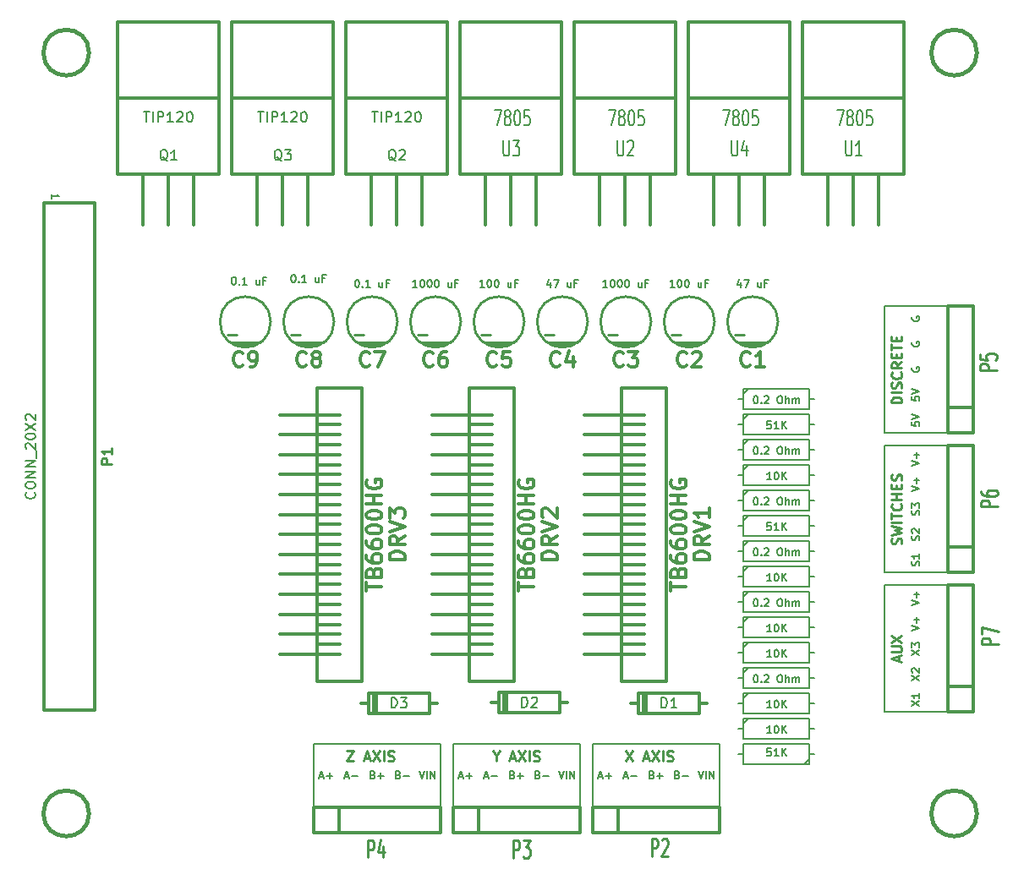
<source format=gbr>
G04 #@! TF.FileFunction,Legend,Top*
%FSLAX46Y46*%
G04 Gerber Fmt 4.6, Leading zero omitted, Abs format (unit mm)*
G04 Created by KiCad (PCBNEW 4.0.2-stable) date Sat Jun 11 16:58:14 2016*
%MOMM*%
G01*
G04 APERTURE LIST*
%ADD10C,0.100000*%
%ADD11C,0.190500*%
%ADD12C,0.200000*%
%ADD13C,0.254000*%
%ADD14C,0.304800*%
%ADD15C,0.203200*%
%ADD16C,0.381000*%
%ADD17C,0.274320*%
%ADD18C,0.271780*%
G04 APERTURE END LIST*
D10*
D11*
X100145286Y-65427714D02*
X100145286Y-64992286D01*
X100145286Y-65210000D02*
X100907286Y-65210000D01*
X100798429Y-65137429D01*
X100725857Y-65064857D01*
X100689571Y-64992286D01*
D12*
X183515000Y-76200000D02*
X189865000Y-76200000D01*
X183515000Y-88900000D02*
X183515000Y-76200000D01*
X189865000Y-88900000D02*
X183515000Y-88900000D01*
X183515000Y-90170000D02*
X189865000Y-90170000D01*
X183515000Y-102870000D02*
X183515000Y-90170000D01*
X189865000Y-102870000D02*
X183515000Y-102870000D01*
X183515000Y-116840000D02*
X189865000Y-116840000D01*
X183515000Y-104140000D02*
X183515000Y-116840000D01*
X189865000Y-104140000D02*
X183515000Y-104140000D01*
D11*
X186309000Y-77270429D02*
X186272714Y-77343000D01*
X186272714Y-77451857D01*
X186309000Y-77560714D01*
X186381571Y-77633286D01*
X186454143Y-77669571D01*
X186599286Y-77705857D01*
X186708143Y-77705857D01*
X186853286Y-77669571D01*
X186925857Y-77633286D01*
X186998429Y-77560714D01*
X187034714Y-77451857D01*
X187034714Y-77379286D01*
X186998429Y-77270429D01*
X186962143Y-77234143D01*
X186708143Y-77234143D01*
X186708143Y-77379286D01*
X186309000Y-79810429D02*
X186272714Y-79883000D01*
X186272714Y-79991857D01*
X186309000Y-80100714D01*
X186381571Y-80173286D01*
X186454143Y-80209571D01*
X186599286Y-80245857D01*
X186708143Y-80245857D01*
X186853286Y-80209571D01*
X186925857Y-80173286D01*
X186998429Y-80100714D01*
X187034714Y-79991857D01*
X187034714Y-79919286D01*
X186998429Y-79810429D01*
X186962143Y-79774143D01*
X186708143Y-79774143D01*
X186708143Y-79919286D01*
X186309000Y-82350429D02*
X186272714Y-82423000D01*
X186272714Y-82531857D01*
X186309000Y-82640714D01*
X186381571Y-82713286D01*
X186454143Y-82749571D01*
X186599286Y-82785857D01*
X186708143Y-82785857D01*
X186853286Y-82749571D01*
X186925857Y-82713286D01*
X186998429Y-82640714D01*
X187034714Y-82531857D01*
X187034714Y-82459286D01*
X186998429Y-82350429D01*
X186962143Y-82314143D01*
X186708143Y-82314143D01*
X186708143Y-82459286D01*
X186272714Y-85235142D02*
X186272714Y-85597999D01*
X186635571Y-85634285D01*
X186599286Y-85597999D01*
X186563000Y-85525428D01*
X186563000Y-85343999D01*
X186599286Y-85271428D01*
X186635571Y-85235142D01*
X186708143Y-85198857D01*
X186889571Y-85198857D01*
X186962143Y-85235142D01*
X186998429Y-85271428D01*
X187034714Y-85343999D01*
X187034714Y-85525428D01*
X186998429Y-85597999D01*
X186962143Y-85634285D01*
X186272714Y-84981143D02*
X187034714Y-84727143D01*
X186272714Y-84473143D01*
X186272714Y-87775142D02*
X186272714Y-88137999D01*
X186635571Y-88174285D01*
X186599286Y-88137999D01*
X186563000Y-88065428D01*
X186563000Y-87883999D01*
X186599286Y-87811428D01*
X186635571Y-87775142D01*
X186708143Y-87738857D01*
X186889571Y-87738857D01*
X186962143Y-87775142D01*
X186998429Y-87811428D01*
X187034714Y-87883999D01*
X187034714Y-88065428D01*
X186998429Y-88137999D01*
X186962143Y-88174285D01*
X186272714Y-87521143D02*
X187034714Y-87267143D01*
X186272714Y-87013143D01*
X186272714Y-92165715D02*
X187034714Y-91911715D01*
X186272714Y-91657715D01*
X186744429Y-91403714D02*
X186744429Y-90823143D01*
X187034714Y-91113429D02*
X186454143Y-91113429D01*
X186272714Y-94705715D02*
X187034714Y-94451715D01*
X186272714Y-94197715D01*
X186744429Y-93943714D02*
X186744429Y-93363143D01*
X187034714Y-93653429D02*
X186454143Y-93653429D01*
X186998429Y-97100571D02*
X187034714Y-96991714D01*
X187034714Y-96810285D01*
X186998429Y-96737714D01*
X186962143Y-96701428D01*
X186889571Y-96665143D01*
X186817000Y-96665143D01*
X186744429Y-96701428D01*
X186708143Y-96737714D01*
X186671857Y-96810285D01*
X186635571Y-96955428D01*
X186599286Y-97028000D01*
X186563000Y-97064285D01*
X186490429Y-97100571D01*
X186417857Y-97100571D01*
X186345286Y-97064285D01*
X186309000Y-97028000D01*
X186272714Y-96955428D01*
X186272714Y-96774000D01*
X186309000Y-96665143D01*
X186272714Y-96411143D02*
X186272714Y-95939429D01*
X186563000Y-96193429D01*
X186563000Y-96084571D01*
X186599286Y-96012000D01*
X186635571Y-95975714D01*
X186708143Y-95939429D01*
X186889571Y-95939429D01*
X186962143Y-95975714D01*
X186998429Y-96012000D01*
X187034714Y-96084571D01*
X187034714Y-96302286D01*
X186998429Y-96374857D01*
X186962143Y-96411143D01*
X186998429Y-99640571D02*
X187034714Y-99531714D01*
X187034714Y-99350285D01*
X186998429Y-99277714D01*
X186962143Y-99241428D01*
X186889571Y-99205143D01*
X186817000Y-99205143D01*
X186744429Y-99241428D01*
X186708143Y-99277714D01*
X186671857Y-99350285D01*
X186635571Y-99495428D01*
X186599286Y-99568000D01*
X186563000Y-99604285D01*
X186490429Y-99640571D01*
X186417857Y-99640571D01*
X186345286Y-99604285D01*
X186309000Y-99568000D01*
X186272714Y-99495428D01*
X186272714Y-99314000D01*
X186309000Y-99205143D01*
X186345286Y-98914857D02*
X186309000Y-98878571D01*
X186272714Y-98806000D01*
X186272714Y-98624571D01*
X186309000Y-98552000D01*
X186345286Y-98515714D01*
X186417857Y-98479429D01*
X186490429Y-98479429D01*
X186599286Y-98515714D01*
X187034714Y-98951143D01*
X187034714Y-98479429D01*
X186998429Y-102180571D02*
X187034714Y-102071714D01*
X187034714Y-101890285D01*
X186998429Y-101817714D01*
X186962143Y-101781428D01*
X186889571Y-101745143D01*
X186817000Y-101745143D01*
X186744429Y-101781428D01*
X186708143Y-101817714D01*
X186671857Y-101890285D01*
X186635571Y-102035428D01*
X186599286Y-102108000D01*
X186563000Y-102144285D01*
X186490429Y-102180571D01*
X186417857Y-102180571D01*
X186345286Y-102144285D01*
X186309000Y-102108000D01*
X186272714Y-102035428D01*
X186272714Y-101854000D01*
X186309000Y-101745143D01*
X187034714Y-101019429D02*
X187034714Y-101454857D01*
X187034714Y-101237143D02*
X186272714Y-101237143D01*
X186381571Y-101309714D01*
X186454143Y-101382286D01*
X186490429Y-101454857D01*
X186272714Y-106135715D02*
X187034714Y-105881715D01*
X186272714Y-105627715D01*
X186744429Y-105373714D02*
X186744429Y-104793143D01*
X187034714Y-105083429D02*
X186454143Y-105083429D01*
X186272714Y-108675715D02*
X187034714Y-108421715D01*
X186272714Y-108167715D01*
X186744429Y-107913714D02*
X186744429Y-107333143D01*
X187034714Y-107623429D02*
X186454143Y-107623429D01*
X186272714Y-111106857D02*
X187034714Y-110598857D01*
X186272714Y-110598857D02*
X187034714Y-111106857D01*
X186272714Y-110381143D02*
X186272714Y-109909429D01*
X186563000Y-110163429D01*
X186563000Y-110054571D01*
X186599286Y-109982000D01*
X186635571Y-109945714D01*
X186708143Y-109909429D01*
X186889571Y-109909429D01*
X186962143Y-109945714D01*
X186998429Y-109982000D01*
X187034714Y-110054571D01*
X187034714Y-110272286D01*
X186998429Y-110344857D01*
X186962143Y-110381143D01*
X186272714Y-113646857D02*
X187034714Y-113138857D01*
X186272714Y-113138857D02*
X187034714Y-113646857D01*
X186345286Y-112884857D02*
X186309000Y-112848571D01*
X186272714Y-112776000D01*
X186272714Y-112594571D01*
X186309000Y-112522000D01*
X186345286Y-112485714D01*
X186417857Y-112449429D01*
X186490429Y-112449429D01*
X186599286Y-112485714D01*
X187034714Y-112921143D01*
X187034714Y-112449429D01*
X186272714Y-116186857D02*
X187034714Y-115678857D01*
X186272714Y-115678857D02*
X187034714Y-116186857D01*
X187034714Y-114989429D02*
X187034714Y-115424857D01*
X187034714Y-115207143D02*
X186272714Y-115207143D01*
X186381571Y-115279714D01*
X186454143Y-115352286D01*
X186490429Y-115424857D01*
D13*
X185244619Y-85864095D02*
X184228619Y-85864095D01*
X184228619Y-85622190D01*
X184277000Y-85477048D01*
X184373762Y-85380286D01*
X184470524Y-85331905D01*
X184664048Y-85283524D01*
X184809190Y-85283524D01*
X185002714Y-85331905D01*
X185099476Y-85380286D01*
X185196238Y-85477048D01*
X185244619Y-85622190D01*
X185244619Y-85864095D01*
X185244619Y-84848095D02*
X184228619Y-84848095D01*
X185196238Y-84412666D02*
X185244619Y-84267523D01*
X185244619Y-84025619D01*
X185196238Y-83928857D01*
X185147857Y-83880476D01*
X185051095Y-83832095D01*
X184954333Y-83832095D01*
X184857571Y-83880476D01*
X184809190Y-83928857D01*
X184760810Y-84025619D01*
X184712429Y-84219142D01*
X184664048Y-84315904D01*
X184615667Y-84364285D01*
X184518905Y-84412666D01*
X184422143Y-84412666D01*
X184325381Y-84364285D01*
X184277000Y-84315904D01*
X184228619Y-84219142D01*
X184228619Y-83977238D01*
X184277000Y-83832095D01*
X185147857Y-82816095D02*
X185196238Y-82864476D01*
X185244619Y-83009619D01*
X185244619Y-83106381D01*
X185196238Y-83251523D01*
X185099476Y-83348285D01*
X185002714Y-83396666D01*
X184809190Y-83445047D01*
X184664048Y-83445047D01*
X184470524Y-83396666D01*
X184373762Y-83348285D01*
X184277000Y-83251523D01*
X184228619Y-83106381D01*
X184228619Y-83009619D01*
X184277000Y-82864476D01*
X184325381Y-82816095D01*
X185244619Y-81800095D02*
X184760810Y-82138761D01*
X185244619Y-82380666D02*
X184228619Y-82380666D01*
X184228619Y-81993619D01*
X184277000Y-81896857D01*
X184325381Y-81848476D01*
X184422143Y-81800095D01*
X184567286Y-81800095D01*
X184664048Y-81848476D01*
X184712429Y-81896857D01*
X184760810Y-81993619D01*
X184760810Y-82380666D01*
X184712429Y-81364666D02*
X184712429Y-81026000D01*
X185244619Y-80880857D02*
X185244619Y-81364666D01*
X184228619Y-81364666D01*
X184228619Y-80880857D01*
X184228619Y-80590571D02*
X184228619Y-80010000D01*
X185244619Y-80300285D02*
X184228619Y-80300285D01*
X184712429Y-79671333D02*
X184712429Y-79332667D01*
X185244619Y-79187524D02*
X185244619Y-79671333D01*
X184228619Y-79671333D01*
X184228619Y-79187524D01*
X185196238Y-100003428D02*
X185244619Y-99858285D01*
X185244619Y-99616381D01*
X185196238Y-99519619D01*
X185147857Y-99471238D01*
X185051095Y-99422857D01*
X184954333Y-99422857D01*
X184857571Y-99471238D01*
X184809190Y-99519619D01*
X184760810Y-99616381D01*
X184712429Y-99809904D01*
X184664048Y-99906666D01*
X184615667Y-99955047D01*
X184518905Y-100003428D01*
X184422143Y-100003428D01*
X184325381Y-99955047D01*
X184277000Y-99906666D01*
X184228619Y-99809904D01*
X184228619Y-99568000D01*
X184277000Y-99422857D01*
X184228619Y-99084190D02*
X185244619Y-98842285D01*
X184518905Y-98648762D01*
X185244619Y-98455238D01*
X184228619Y-98213333D01*
X185244619Y-97826285D02*
X184228619Y-97826285D01*
X184228619Y-97487618D02*
X184228619Y-96907047D01*
X185244619Y-97197332D02*
X184228619Y-97197332D01*
X185147857Y-95987809D02*
X185196238Y-96036190D01*
X185244619Y-96181333D01*
X185244619Y-96278095D01*
X185196238Y-96423237D01*
X185099476Y-96519999D01*
X185002714Y-96568380D01*
X184809190Y-96616761D01*
X184664048Y-96616761D01*
X184470524Y-96568380D01*
X184373762Y-96519999D01*
X184277000Y-96423237D01*
X184228619Y-96278095D01*
X184228619Y-96181333D01*
X184277000Y-96036190D01*
X184325381Y-95987809D01*
X185244619Y-95552380D02*
X184228619Y-95552380D01*
X184712429Y-95552380D02*
X184712429Y-94971809D01*
X185244619Y-94971809D02*
X184228619Y-94971809D01*
X184712429Y-94487999D02*
X184712429Y-94149333D01*
X185244619Y-94004190D02*
X185244619Y-94487999D01*
X184228619Y-94487999D01*
X184228619Y-94004190D01*
X185196238Y-93617142D02*
X185244619Y-93471999D01*
X185244619Y-93230095D01*
X185196238Y-93133333D01*
X185147857Y-93084952D01*
X185051095Y-93036571D01*
X184954333Y-93036571D01*
X184857571Y-93084952D01*
X184809190Y-93133333D01*
X184760810Y-93230095D01*
X184712429Y-93423618D01*
X184664048Y-93520380D01*
X184615667Y-93568761D01*
X184518905Y-93617142D01*
X184422143Y-93617142D01*
X184325381Y-93568761D01*
X184277000Y-93520380D01*
X184228619Y-93423618D01*
X184228619Y-93181714D01*
X184277000Y-93036571D01*
X184954333Y-111747904D02*
X184954333Y-111264095D01*
X185244619Y-111844666D02*
X184228619Y-111505999D01*
X185244619Y-111167333D01*
X184228619Y-110828666D02*
X185051095Y-110828666D01*
X185147857Y-110780285D01*
X185196238Y-110731904D01*
X185244619Y-110635142D01*
X185244619Y-110441619D01*
X185196238Y-110344857D01*
X185147857Y-110296476D01*
X185051095Y-110248095D01*
X184228619Y-110248095D01*
X184228619Y-109861047D02*
X185244619Y-109183714D01*
X184228619Y-109183714D02*
X185244619Y-109861047D01*
D12*
X167005000Y-120015000D02*
X167005000Y-121920000D01*
X154305000Y-120015000D02*
X154305000Y-121920000D01*
X153035000Y-120015000D02*
X153035000Y-121920000D01*
X140335000Y-120015000D02*
X140335000Y-121920000D01*
X139065000Y-120015000D02*
X139065000Y-121920000D01*
X126365000Y-120015000D02*
X126365000Y-121920000D01*
X167005000Y-121920000D02*
X167005000Y-126365000D01*
X154305000Y-120015000D02*
X167005000Y-120015000D01*
X154305000Y-126365000D02*
X154305000Y-121920000D01*
X153035000Y-121920000D02*
X153035000Y-126365000D01*
X140335000Y-120015000D02*
X153035000Y-120015000D01*
X140335000Y-126365000D02*
X140335000Y-121920000D01*
D11*
X164900428Y-122772714D02*
X165154428Y-123534714D01*
X165408428Y-122772714D01*
X165662429Y-123534714D02*
X165662429Y-122772714D01*
X166025286Y-123534714D02*
X166025286Y-122772714D01*
X166460714Y-123534714D01*
X166460714Y-122772714D01*
X150930428Y-122772714D02*
X151184428Y-123534714D01*
X151438428Y-122772714D01*
X151692429Y-123534714D02*
X151692429Y-122772714D01*
X152055286Y-123534714D02*
X152055286Y-122772714D01*
X152490714Y-123534714D01*
X152490714Y-122772714D01*
X162777715Y-123135571D02*
X162886572Y-123171857D01*
X162922857Y-123208143D01*
X162959143Y-123280714D01*
X162959143Y-123389571D01*
X162922857Y-123462143D01*
X162886572Y-123498429D01*
X162814000Y-123534714D01*
X162523715Y-123534714D01*
X162523715Y-122772714D01*
X162777715Y-122772714D01*
X162850286Y-122809000D01*
X162886572Y-122845286D01*
X162922857Y-122917857D01*
X162922857Y-122990429D01*
X162886572Y-123063000D01*
X162850286Y-123099286D01*
X162777715Y-123135571D01*
X162523715Y-123135571D01*
X163285715Y-123244429D02*
X163866286Y-123244429D01*
X148807715Y-123135571D02*
X148916572Y-123171857D01*
X148952857Y-123208143D01*
X148989143Y-123280714D01*
X148989143Y-123389571D01*
X148952857Y-123462143D01*
X148916572Y-123498429D01*
X148844000Y-123534714D01*
X148553715Y-123534714D01*
X148553715Y-122772714D01*
X148807715Y-122772714D01*
X148880286Y-122809000D01*
X148916572Y-122845286D01*
X148952857Y-122917857D01*
X148952857Y-122990429D01*
X148916572Y-123063000D01*
X148880286Y-123099286D01*
X148807715Y-123135571D01*
X148553715Y-123135571D01*
X149315715Y-123244429D02*
X149896286Y-123244429D01*
X160237715Y-123135571D02*
X160346572Y-123171857D01*
X160382857Y-123208143D01*
X160419143Y-123280714D01*
X160419143Y-123389571D01*
X160382857Y-123462143D01*
X160346572Y-123498429D01*
X160274000Y-123534714D01*
X159983715Y-123534714D01*
X159983715Y-122772714D01*
X160237715Y-122772714D01*
X160310286Y-122809000D01*
X160346572Y-122845286D01*
X160382857Y-122917857D01*
X160382857Y-122990429D01*
X160346572Y-123063000D01*
X160310286Y-123099286D01*
X160237715Y-123135571D01*
X159983715Y-123135571D01*
X160745715Y-123244429D02*
X161326286Y-123244429D01*
X161036000Y-123534714D02*
X161036000Y-122954143D01*
X146267715Y-123135571D02*
X146376572Y-123171857D01*
X146412857Y-123208143D01*
X146449143Y-123280714D01*
X146449143Y-123389571D01*
X146412857Y-123462143D01*
X146376572Y-123498429D01*
X146304000Y-123534714D01*
X146013715Y-123534714D01*
X146013715Y-122772714D01*
X146267715Y-122772714D01*
X146340286Y-122809000D01*
X146376572Y-122845286D01*
X146412857Y-122917857D01*
X146412857Y-122990429D01*
X146376572Y-123063000D01*
X146340286Y-123099286D01*
X146267715Y-123135571D01*
X146013715Y-123135571D01*
X146775715Y-123244429D02*
X147356286Y-123244429D01*
X147066000Y-123534714D02*
X147066000Y-122954143D01*
X157461857Y-123317000D02*
X157824714Y-123317000D01*
X157389285Y-123534714D02*
X157643285Y-122772714D01*
X157897285Y-123534714D01*
X158151286Y-123244429D02*
X158731857Y-123244429D01*
X143491857Y-123317000D02*
X143854714Y-123317000D01*
X143419285Y-123534714D02*
X143673285Y-122772714D01*
X143927285Y-123534714D01*
X144181286Y-123244429D02*
X144761857Y-123244429D01*
X154921857Y-123317000D02*
X155284714Y-123317000D01*
X154849285Y-123534714D02*
X155103285Y-122772714D01*
X155357285Y-123534714D01*
X155611286Y-123244429D02*
X156191857Y-123244429D01*
X155901571Y-123534714D02*
X155901571Y-122954143D01*
X140951857Y-123317000D02*
X141314714Y-123317000D01*
X140879285Y-123534714D02*
X141133285Y-122772714D01*
X141387285Y-123534714D01*
X141641286Y-123244429D02*
X142221857Y-123244429D01*
X141931571Y-123534714D02*
X141931571Y-122954143D01*
D13*
X157649334Y-120728619D02*
X158326667Y-121744619D01*
X158326667Y-120728619D02*
X157649334Y-121744619D01*
X159439429Y-121454333D02*
X159923238Y-121454333D01*
X159342667Y-121744619D02*
X159681334Y-120728619D01*
X160020000Y-121744619D01*
X160261905Y-120728619D02*
X160939238Y-121744619D01*
X160939238Y-120728619D02*
X160261905Y-121744619D01*
X161326286Y-121744619D02*
X161326286Y-120728619D01*
X161761715Y-121696238D02*
X161906858Y-121744619D01*
X162148762Y-121744619D01*
X162245524Y-121696238D01*
X162293905Y-121647857D01*
X162342286Y-121551095D01*
X162342286Y-121454333D01*
X162293905Y-121357571D01*
X162245524Y-121309190D01*
X162148762Y-121260810D01*
X161955239Y-121212429D01*
X161858477Y-121164048D01*
X161810096Y-121115667D01*
X161761715Y-121018905D01*
X161761715Y-120922143D01*
X161810096Y-120825381D01*
X161858477Y-120777000D01*
X161955239Y-120728619D01*
X162197143Y-120728619D01*
X162342286Y-120777000D01*
X144653001Y-121260810D02*
X144653001Y-121744619D01*
X144314334Y-120728619D02*
X144653001Y-121260810D01*
X144991667Y-120728619D01*
X146056048Y-121454333D02*
X146539857Y-121454333D01*
X145959286Y-121744619D02*
X146297953Y-120728619D01*
X146636619Y-121744619D01*
X146878524Y-120728619D02*
X147555857Y-121744619D01*
X147555857Y-120728619D02*
X146878524Y-121744619D01*
X147942905Y-121744619D02*
X147942905Y-120728619D01*
X148378334Y-121696238D02*
X148523477Y-121744619D01*
X148765381Y-121744619D01*
X148862143Y-121696238D01*
X148910524Y-121647857D01*
X148958905Y-121551095D01*
X148958905Y-121454333D01*
X148910524Y-121357571D01*
X148862143Y-121309190D01*
X148765381Y-121260810D01*
X148571858Y-121212429D01*
X148475096Y-121164048D01*
X148426715Y-121115667D01*
X148378334Y-121018905D01*
X148378334Y-120922143D01*
X148426715Y-120825381D01*
X148475096Y-120777000D01*
X148571858Y-120728619D01*
X148813762Y-120728619D01*
X148958905Y-120777000D01*
D12*
X126365000Y-121920000D02*
X126365000Y-126365000D01*
X139065000Y-120015000D02*
X126365000Y-120015000D01*
X139065000Y-126365000D02*
X139065000Y-121920000D01*
D11*
X136960428Y-122772714D02*
X137214428Y-123534714D01*
X137468428Y-122772714D01*
X137722429Y-123534714D02*
X137722429Y-122772714D01*
X138085286Y-123534714D02*
X138085286Y-122772714D01*
X138520714Y-123534714D01*
X138520714Y-122772714D01*
X134837715Y-123135571D02*
X134946572Y-123171857D01*
X134982857Y-123208143D01*
X135019143Y-123280714D01*
X135019143Y-123389571D01*
X134982857Y-123462143D01*
X134946572Y-123498429D01*
X134874000Y-123534714D01*
X134583715Y-123534714D01*
X134583715Y-122772714D01*
X134837715Y-122772714D01*
X134910286Y-122809000D01*
X134946572Y-122845286D01*
X134982857Y-122917857D01*
X134982857Y-122990429D01*
X134946572Y-123063000D01*
X134910286Y-123099286D01*
X134837715Y-123135571D01*
X134583715Y-123135571D01*
X135345715Y-123244429D02*
X135926286Y-123244429D01*
X132297715Y-123135571D02*
X132406572Y-123171857D01*
X132442857Y-123208143D01*
X132479143Y-123280714D01*
X132479143Y-123389571D01*
X132442857Y-123462143D01*
X132406572Y-123498429D01*
X132334000Y-123534714D01*
X132043715Y-123534714D01*
X132043715Y-122772714D01*
X132297715Y-122772714D01*
X132370286Y-122809000D01*
X132406572Y-122845286D01*
X132442857Y-122917857D01*
X132442857Y-122990429D01*
X132406572Y-123063000D01*
X132370286Y-123099286D01*
X132297715Y-123135571D01*
X132043715Y-123135571D01*
X132805715Y-123244429D02*
X133386286Y-123244429D01*
X133096000Y-123534714D02*
X133096000Y-122954143D01*
X129521857Y-123317000D02*
X129884714Y-123317000D01*
X129449285Y-123534714D02*
X129703285Y-122772714D01*
X129957285Y-123534714D01*
X130211286Y-123244429D02*
X130791857Y-123244429D01*
X126981857Y-123317000D02*
X127344714Y-123317000D01*
X126909285Y-123534714D02*
X127163285Y-122772714D01*
X127417285Y-123534714D01*
X127671286Y-123244429D02*
X128251857Y-123244429D01*
X127961571Y-123534714D02*
X127961571Y-122954143D01*
D13*
X129709334Y-120728619D02*
X130386667Y-120728619D01*
X129709334Y-121744619D01*
X130386667Y-121744619D01*
X131499429Y-121454333D02*
X131983238Y-121454333D01*
X131402667Y-121744619D02*
X131741334Y-120728619D01*
X132080000Y-121744619D01*
X132321905Y-120728619D02*
X132999238Y-121744619D01*
X132999238Y-120728619D02*
X132321905Y-121744619D01*
X133386286Y-121744619D02*
X133386286Y-120728619D01*
X133821715Y-121696238D02*
X133966858Y-121744619D01*
X134208762Y-121744619D01*
X134305524Y-121696238D01*
X134353905Y-121647857D01*
X134402286Y-121551095D01*
X134402286Y-121454333D01*
X134353905Y-121357571D01*
X134305524Y-121309190D01*
X134208762Y-121260810D01*
X134015239Y-121212429D01*
X133918477Y-121164048D01*
X133870096Y-121115667D01*
X133821715Y-121018905D01*
X133821715Y-120922143D01*
X133870096Y-120825381D01*
X133918477Y-120777000D01*
X134015239Y-120728619D01*
X134257143Y-120728619D01*
X134402286Y-120777000D01*
X169441000Y-79040000D02*
X168552000Y-79040000D01*
X169314000Y-80056000D02*
X171346000Y-80056000D01*
X171346000Y-80056000D02*
X171346000Y-79929000D01*
X171346000Y-79929000D02*
X169314000Y-79929000D01*
X171854000Y-79802000D02*
X168806000Y-79802000D01*
X172870000Y-77770000D02*
G75*
G03X172870000Y-77770000I-2540000J0D01*
G01*
X163091000Y-79040000D02*
X162202000Y-79040000D01*
X162964000Y-80056000D02*
X164996000Y-80056000D01*
X164996000Y-80056000D02*
X164996000Y-79929000D01*
X164996000Y-79929000D02*
X162964000Y-79929000D01*
X165504000Y-79802000D02*
X162456000Y-79802000D01*
X166520000Y-77770000D02*
G75*
G03X166520000Y-77770000I-2540000J0D01*
G01*
X156741000Y-79040000D02*
X155852000Y-79040000D01*
X156614000Y-80056000D02*
X158646000Y-80056000D01*
X158646000Y-80056000D02*
X158646000Y-79929000D01*
X158646000Y-79929000D02*
X156614000Y-79929000D01*
X159154000Y-79802000D02*
X156106000Y-79802000D01*
X160170000Y-77770000D02*
G75*
G03X160170000Y-77770000I-2540000J0D01*
G01*
X150391000Y-79040000D02*
X149502000Y-79040000D01*
X150264000Y-80056000D02*
X152296000Y-80056000D01*
X152296000Y-80056000D02*
X152296000Y-79929000D01*
X152296000Y-79929000D02*
X150264000Y-79929000D01*
X152804000Y-79802000D02*
X149756000Y-79802000D01*
X153820000Y-77770000D02*
G75*
G03X153820000Y-77770000I-2540000J0D01*
G01*
X144041000Y-79040000D02*
X143152000Y-79040000D01*
X143914000Y-80056000D02*
X145946000Y-80056000D01*
X145946000Y-80056000D02*
X145946000Y-79929000D01*
X145946000Y-79929000D02*
X143914000Y-79929000D01*
X146454000Y-79802000D02*
X143406000Y-79802000D01*
X147470000Y-77770000D02*
G75*
G03X147470000Y-77770000I-2540000J0D01*
G01*
X137691000Y-79040000D02*
X136802000Y-79040000D01*
X137564000Y-80056000D02*
X139596000Y-80056000D01*
X139596000Y-80056000D02*
X139596000Y-79929000D01*
X139596000Y-79929000D02*
X137564000Y-79929000D01*
X140104000Y-79802000D02*
X137056000Y-79802000D01*
X141120000Y-77770000D02*
G75*
G03X141120000Y-77770000I-2540000J0D01*
G01*
X131341000Y-79040000D02*
X130452000Y-79040000D01*
X131214000Y-80056000D02*
X133246000Y-80056000D01*
X133246000Y-80056000D02*
X133246000Y-79929000D01*
X133246000Y-79929000D02*
X131214000Y-79929000D01*
X133754000Y-79802000D02*
X130706000Y-79802000D01*
X134770000Y-77770000D02*
G75*
G03X134770000Y-77770000I-2540000J0D01*
G01*
X124991000Y-79040000D02*
X124102000Y-79040000D01*
X124864000Y-80056000D02*
X126896000Y-80056000D01*
X126896000Y-80056000D02*
X126896000Y-79929000D01*
X126896000Y-79929000D02*
X124864000Y-79929000D01*
X127404000Y-79802000D02*
X124356000Y-79802000D01*
X128420000Y-77770000D02*
G75*
G03X128420000Y-77770000I-2540000J0D01*
G01*
X118641000Y-79040000D02*
X117752000Y-79040000D01*
X118514000Y-80056000D02*
X120546000Y-80056000D01*
X120546000Y-80056000D02*
X120546000Y-79929000D01*
X120546000Y-79929000D02*
X118514000Y-79929000D01*
X121054000Y-79802000D02*
X118006000Y-79802000D01*
X122070000Y-77770000D02*
G75*
G03X122070000Y-77770000I-2540000J0D01*
G01*
D14*
X158130000Y-115950000D02*
X158892000Y-115950000D01*
X158892000Y-115950000D02*
X158892000Y-116966000D01*
X158892000Y-116966000D02*
X164988000Y-116966000D01*
X164988000Y-116966000D02*
X164988000Y-115950000D01*
X164988000Y-115950000D02*
X165750000Y-115950000D01*
X164988000Y-115950000D02*
X164988000Y-114934000D01*
X164988000Y-114934000D02*
X158892000Y-114934000D01*
X158892000Y-114934000D02*
X158892000Y-115950000D01*
X159400000Y-116966000D02*
X159400000Y-114934000D01*
X159654000Y-114934000D02*
X159654000Y-116966000D01*
X144160000Y-115900000D02*
X144922000Y-115900000D01*
X144922000Y-115900000D02*
X144922000Y-116916000D01*
X144922000Y-116916000D02*
X151018000Y-116916000D01*
X151018000Y-116916000D02*
X151018000Y-115900000D01*
X151018000Y-115900000D02*
X151780000Y-115900000D01*
X151018000Y-115900000D02*
X151018000Y-114884000D01*
X151018000Y-114884000D02*
X144922000Y-114884000D01*
X144922000Y-114884000D02*
X144922000Y-115900000D01*
X145430000Y-116916000D02*
X145430000Y-114884000D01*
X145684000Y-114884000D02*
X145684000Y-116916000D01*
X131080000Y-115950000D02*
X131842000Y-115950000D01*
X131842000Y-115950000D02*
X131842000Y-116966000D01*
X131842000Y-116966000D02*
X137938000Y-116966000D01*
X137938000Y-116966000D02*
X137938000Y-115950000D01*
X137938000Y-115950000D02*
X138700000Y-115950000D01*
X137938000Y-115950000D02*
X137938000Y-114934000D01*
X137938000Y-114934000D02*
X131842000Y-114934000D01*
X131842000Y-114934000D02*
X131842000Y-115950000D01*
X132350000Y-116966000D02*
X132350000Y-114934000D01*
X132604000Y-114934000D02*
X132604000Y-116966000D01*
X157480000Y-100060000D02*
X159480000Y-100060000D01*
X157480000Y-102060000D02*
X159480000Y-102060000D01*
X153480000Y-101060000D02*
X159480000Y-101060000D01*
X153480000Y-105060000D02*
X159480000Y-105060000D01*
X157480000Y-106060000D02*
X159480000Y-106060000D01*
X157480000Y-104060000D02*
X159480000Y-104060000D01*
X153480000Y-103060000D02*
X159480000Y-103060000D01*
X153480000Y-111060000D02*
X159480000Y-111060000D01*
X153480000Y-109060000D02*
X159480000Y-109060000D01*
X157480000Y-110060000D02*
X159480000Y-110060000D01*
X157480000Y-108060000D02*
X159480000Y-108060000D01*
X153480000Y-107060000D02*
X159480000Y-107060000D01*
X153480000Y-95060000D02*
X159480000Y-95060000D01*
X157480000Y-96060000D02*
X159480000Y-96060000D01*
X157480000Y-98060000D02*
X159480000Y-98060000D01*
X153480000Y-97060000D02*
X159480000Y-97060000D01*
X153480000Y-99060000D02*
X159480000Y-99060000D01*
X153480000Y-91060000D02*
X159480000Y-91060000D01*
X157480000Y-92060000D02*
X159480000Y-92060000D01*
X157480000Y-94060000D02*
X159480000Y-94060000D01*
X153480000Y-93060000D02*
X159480000Y-93060000D01*
X153480000Y-89060000D02*
X159480000Y-89060000D01*
X157480000Y-90060000D02*
X159480000Y-90060000D01*
X157480000Y-88060000D02*
X159480000Y-88060000D01*
X153480000Y-87060000D02*
X159480000Y-87060000D01*
X161680000Y-84360000D02*
X161680000Y-113760000D01*
X161680000Y-84360000D02*
X157180000Y-84360000D01*
X157180000Y-84360000D02*
X157180000Y-113760000D01*
X161680000Y-113760000D02*
X157180000Y-113760000D01*
X142240000Y-100060000D02*
X144240000Y-100060000D01*
X142240000Y-102060000D02*
X144240000Y-102060000D01*
X138240000Y-101060000D02*
X144240000Y-101060000D01*
X138240000Y-105060000D02*
X144240000Y-105060000D01*
X142240000Y-106060000D02*
X144240000Y-106060000D01*
X142240000Y-104060000D02*
X144240000Y-104060000D01*
X138240000Y-103060000D02*
X144240000Y-103060000D01*
X138240000Y-111060000D02*
X144240000Y-111060000D01*
X138240000Y-109060000D02*
X144240000Y-109060000D01*
X142240000Y-110060000D02*
X144240000Y-110060000D01*
X142240000Y-108060000D02*
X144240000Y-108060000D01*
X138240000Y-107060000D02*
X144240000Y-107060000D01*
X138240000Y-95060000D02*
X144240000Y-95060000D01*
X142240000Y-96060000D02*
X144240000Y-96060000D01*
X142240000Y-98060000D02*
X144240000Y-98060000D01*
X138240000Y-97060000D02*
X144240000Y-97060000D01*
X138240000Y-99060000D02*
X144240000Y-99060000D01*
X138240000Y-91060000D02*
X144240000Y-91060000D01*
X142240000Y-92060000D02*
X144240000Y-92060000D01*
X142240000Y-94060000D02*
X144240000Y-94060000D01*
X138240000Y-93060000D02*
X144240000Y-93060000D01*
X138240000Y-89060000D02*
X144240000Y-89060000D01*
X142240000Y-90060000D02*
X144240000Y-90060000D01*
X142240000Y-88060000D02*
X144240000Y-88060000D01*
X138240000Y-87060000D02*
X144240000Y-87060000D01*
X146440000Y-84360000D02*
X146440000Y-113760000D01*
X146440000Y-84360000D02*
X141940000Y-84360000D01*
X141940000Y-84360000D02*
X141940000Y-113760000D01*
X146440000Y-113760000D02*
X141940000Y-113760000D01*
X127000000Y-100060000D02*
X129000000Y-100060000D01*
X127000000Y-102060000D02*
X129000000Y-102060000D01*
X123000000Y-101060000D02*
X129000000Y-101060000D01*
X123000000Y-105060000D02*
X129000000Y-105060000D01*
X127000000Y-106060000D02*
X129000000Y-106060000D01*
X127000000Y-104060000D02*
X129000000Y-104060000D01*
X123000000Y-103060000D02*
X129000000Y-103060000D01*
X123000000Y-111060000D02*
X129000000Y-111060000D01*
X123000000Y-109060000D02*
X129000000Y-109060000D01*
X127000000Y-110060000D02*
X129000000Y-110060000D01*
X127000000Y-108060000D02*
X129000000Y-108060000D01*
X123000000Y-107060000D02*
X129000000Y-107060000D01*
X123000000Y-95060000D02*
X129000000Y-95060000D01*
X127000000Y-96060000D02*
X129000000Y-96060000D01*
X127000000Y-98060000D02*
X129000000Y-98060000D01*
X123000000Y-97060000D02*
X129000000Y-97060000D01*
X123000000Y-99060000D02*
X129000000Y-99060000D01*
X123000000Y-91060000D02*
X129000000Y-91060000D01*
X127000000Y-92060000D02*
X129000000Y-92060000D01*
X127000000Y-94060000D02*
X129000000Y-94060000D01*
X123000000Y-93060000D02*
X129000000Y-93060000D01*
X123000000Y-89060000D02*
X129000000Y-89060000D01*
X127000000Y-90060000D02*
X129000000Y-90060000D01*
X127000000Y-88060000D02*
X129000000Y-88060000D01*
X123000000Y-87060000D02*
X129000000Y-87060000D01*
X131200000Y-84360000D02*
X131200000Y-113760000D01*
X131200000Y-84360000D02*
X126700000Y-84360000D01*
X126700000Y-84360000D02*
X126700000Y-113760000D01*
X131200000Y-113760000D02*
X126700000Y-113760000D01*
X99340000Y-116640000D02*
X99340000Y-65840000D01*
X104420000Y-116640000D02*
X104420000Y-65840000D01*
X104420000Y-116640000D02*
X99340000Y-116640000D01*
X104420000Y-65840000D02*
X99340000Y-65840000D01*
X154305000Y-128905000D02*
X154305000Y-126365000D01*
X154305000Y-126365000D02*
X167005000Y-126365000D01*
X167005000Y-126365000D02*
X167005000Y-128905000D01*
X167005000Y-128905000D02*
X154305000Y-128905000D01*
X156845000Y-128905000D02*
X156845000Y-126365000D01*
X140335000Y-128905000D02*
X140335000Y-126365000D01*
X140335000Y-126365000D02*
X153035000Y-126365000D01*
X153035000Y-126365000D02*
X153035000Y-128905000D01*
X153035000Y-128905000D02*
X140335000Y-128905000D01*
X142875000Y-128905000D02*
X142875000Y-126365000D01*
X126365000Y-128905000D02*
X126365000Y-126365000D01*
X126365000Y-126365000D02*
X139065000Y-126365000D01*
X139065000Y-126365000D02*
X139065000Y-128905000D01*
X139065000Y-128905000D02*
X126365000Y-128905000D01*
X128905000Y-128905000D02*
X128905000Y-126365000D01*
X192405000Y-88900000D02*
X189865000Y-88900000D01*
X189865000Y-88900000D02*
X189865000Y-76200000D01*
X189865000Y-76200000D02*
X192405000Y-76200000D01*
X192405000Y-76200000D02*
X192405000Y-88900000D01*
X192405000Y-86360000D02*
X189865000Y-86360000D01*
X192405000Y-102870000D02*
X189865000Y-102870000D01*
X189865000Y-102870000D02*
X189865000Y-90170000D01*
X189865000Y-90170000D02*
X192405000Y-90170000D01*
X192405000Y-90170000D02*
X192405000Y-102870000D01*
X192405000Y-100330000D02*
X189865000Y-100330000D01*
X192405000Y-116840000D02*
X189865000Y-116840000D01*
X189865000Y-116840000D02*
X189865000Y-104140000D01*
X189865000Y-104140000D02*
X192405000Y-104140000D01*
X192405000Y-104140000D02*
X192405000Y-116840000D01*
X192405000Y-114300000D02*
X189865000Y-114300000D01*
X109320000Y-68070000D02*
X109320000Y-62990000D01*
X111860000Y-68070000D02*
X111860000Y-62990000D01*
X114400000Y-68070000D02*
X114400000Y-62990000D01*
X116940000Y-62990000D02*
X116940000Y-47750000D01*
X116940000Y-47750000D02*
X106780000Y-47750000D01*
X106780000Y-47750000D02*
X106780000Y-62990000D01*
X106780000Y-62990000D02*
X116940000Y-62990000D01*
X115670000Y-55370000D02*
X106780000Y-55370000D01*
X115670000Y-55370000D02*
X116940000Y-55370000D01*
X132180000Y-68070000D02*
X132180000Y-62990000D01*
X134720000Y-68070000D02*
X134720000Y-62990000D01*
X137260000Y-68070000D02*
X137260000Y-62990000D01*
X139800000Y-62990000D02*
X139800000Y-47750000D01*
X139800000Y-47750000D02*
X129640000Y-47750000D01*
X129640000Y-47750000D02*
X129640000Y-62990000D01*
X129640000Y-62990000D02*
X139800000Y-62990000D01*
X138530000Y-55370000D02*
X129640000Y-55370000D01*
X138530000Y-55370000D02*
X139800000Y-55370000D01*
X120750000Y-68070000D02*
X120750000Y-62990000D01*
X123290000Y-68070000D02*
X123290000Y-62990000D01*
X125830000Y-68070000D02*
X125830000Y-62990000D01*
X128370000Y-62990000D02*
X128370000Y-47750000D01*
X128370000Y-47750000D02*
X118210000Y-47750000D01*
X118210000Y-47750000D02*
X118210000Y-62990000D01*
X118210000Y-62990000D02*
X128370000Y-62990000D01*
X127100000Y-55370000D02*
X118210000Y-55370000D01*
X127100000Y-55370000D02*
X128370000Y-55370000D01*
D15*
X168910000Y-98170000D02*
X169418000Y-98170000D01*
X176530000Y-98170000D02*
X176022000Y-98170000D01*
X176022000Y-98170000D02*
X176022000Y-97154000D01*
X176022000Y-97154000D02*
X169418000Y-97154000D01*
X169418000Y-97154000D02*
X169418000Y-99186000D01*
X169418000Y-99186000D02*
X176022000Y-99186000D01*
X176022000Y-99186000D02*
X176022000Y-98170000D01*
X169418000Y-97662000D02*
X169926000Y-97154000D01*
X168910000Y-100710000D02*
X169418000Y-100710000D01*
X176530000Y-100710000D02*
X176022000Y-100710000D01*
X176022000Y-100710000D02*
X176022000Y-99694000D01*
X176022000Y-99694000D02*
X169418000Y-99694000D01*
X169418000Y-99694000D02*
X169418000Y-101726000D01*
X169418000Y-101726000D02*
X176022000Y-101726000D01*
X176022000Y-101726000D02*
X176022000Y-100710000D01*
X169418000Y-100202000D02*
X169926000Y-99694000D01*
X168910000Y-103250000D02*
X169418000Y-103250000D01*
X176530000Y-103250000D02*
X176022000Y-103250000D01*
X176022000Y-103250000D02*
X176022000Y-102234000D01*
X176022000Y-102234000D02*
X169418000Y-102234000D01*
X169418000Y-102234000D02*
X169418000Y-104266000D01*
X169418000Y-104266000D02*
X176022000Y-104266000D01*
X176022000Y-104266000D02*
X176022000Y-103250000D01*
X169418000Y-102742000D02*
X169926000Y-102234000D01*
X168910000Y-105790000D02*
X169418000Y-105790000D01*
X176530000Y-105790000D02*
X176022000Y-105790000D01*
X176022000Y-105790000D02*
X176022000Y-104774000D01*
X176022000Y-104774000D02*
X169418000Y-104774000D01*
X169418000Y-104774000D02*
X169418000Y-106806000D01*
X169418000Y-106806000D02*
X176022000Y-106806000D01*
X176022000Y-106806000D02*
X176022000Y-105790000D01*
X169418000Y-105282000D02*
X169926000Y-104774000D01*
X168910000Y-110870000D02*
X169418000Y-110870000D01*
X176530000Y-110870000D02*
X176022000Y-110870000D01*
X176022000Y-110870000D02*
X176022000Y-109854000D01*
X176022000Y-109854000D02*
X169418000Y-109854000D01*
X169418000Y-109854000D02*
X169418000Y-111886000D01*
X169418000Y-111886000D02*
X176022000Y-111886000D01*
X176022000Y-111886000D02*
X176022000Y-110870000D01*
X169418000Y-110362000D02*
X169926000Y-109854000D01*
X168910000Y-118490000D02*
X169418000Y-118490000D01*
X176530000Y-118490000D02*
X176022000Y-118490000D01*
X176022000Y-118490000D02*
X176022000Y-117474000D01*
X176022000Y-117474000D02*
X169418000Y-117474000D01*
X169418000Y-117474000D02*
X169418000Y-119506000D01*
X169418000Y-119506000D02*
X176022000Y-119506000D01*
X176022000Y-119506000D02*
X176022000Y-118490000D01*
X169418000Y-117982000D02*
X169926000Y-117474000D01*
X168910000Y-115950000D02*
X169418000Y-115950000D01*
X176530000Y-115950000D02*
X176022000Y-115950000D01*
X176022000Y-115950000D02*
X176022000Y-114934000D01*
X176022000Y-114934000D02*
X169418000Y-114934000D01*
X169418000Y-114934000D02*
X169418000Y-116966000D01*
X169418000Y-116966000D02*
X176022000Y-116966000D01*
X176022000Y-116966000D02*
X176022000Y-115950000D01*
X169418000Y-115442000D02*
X169926000Y-114934000D01*
X168910000Y-88010000D02*
X169418000Y-88010000D01*
X176530000Y-88010000D02*
X176022000Y-88010000D01*
X176022000Y-88010000D02*
X176022000Y-86994000D01*
X176022000Y-86994000D02*
X169418000Y-86994000D01*
X169418000Y-86994000D02*
X169418000Y-89026000D01*
X169418000Y-89026000D02*
X176022000Y-89026000D01*
X176022000Y-89026000D02*
X176022000Y-88010000D01*
X169418000Y-87502000D02*
X169926000Y-86994000D01*
X168910000Y-113410000D02*
X169418000Y-113410000D01*
X176530000Y-113410000D02*
X176022000Y-113410000D01*
X176022000Y-113410000D02*
X176022000Y-112394000D01*
X176022000Y-112394000D02*
X169418000Y-112394000D01*
X169418000Y-112394000D02*
X169418000Y-114426000D01*
X169418000Y-114426000D02*
X176022000Y-114426000D01*
X176022000Y-114426000D02*
X176022000Y-113410000D01*
X169418000Y-112902000D02*
X169926000Y-112394000D01*
X168910000Y-108330000D02*
X169418000Y-108330000D01*
X176530000Y-108330000D02*
X176022000Y-108330000D01*
X176022000Y-108330000D02*
X176022000Y-107314000D01*
X176022000Y-107314000D02*
X169418000Y-107314000D01*
X169418000Y-107314000D02*
X169418000Y-109346000D01*
X169418000Y-109346000D02*
X176022000Y-109346000D01*
X176022000Y-109346000D02*
X176022000Y-108330000D01*
X169418000Y-107822000D02*
X169926000Y-107314000D01*
X168910000Y-90550000D02*
X169418000Y-90550000D01*
X176530000Y-90550000D02*
X176022000Y-90550000D01*
X176022000Y-90550000D02*
X176022000Y-89534000D01*
X176022000Y-89534000D02*
X169418000Y-89534000D01*
X169418000Y-89534000D02*
X169418000Y-91566000D01*
X169418000Y-91566000D02*
X176022000Y-91566000D01*
X176022000Y-91566000D02*
X176022000Y-90550000D01*
X169418000Y-90042000D02*
X169926000Y-89534000D01*
X176530000Y-121030000D02*
X176022000Y-121030000D01*
X168910000Y-121030000D02*
X169418000Y-121030000D01*
X169418000Y-121030000D02*
X169418000Y-122046000D01*
X169418000Y-122046000D02*
X176022000Y-122046000D01*
X176022000Y-122046000D02*
X176022000Y-120014000D01*
X176022000Y-120014000D02*
X169418000Y-120014000D01*
X169418000Y-120014000D02*
X169418000Y-121030000D01*
X176022000Y-121538000D02*
X175514000Y-122046000D01*
X168910000Y-95630000D02*
X169418000Y-95630000D01*
X176530000Y-95630000D02*
X176022000Y-95630000D01*
X176022000Y-95630000D02*
X176022000Y-94614000D01*
X176022000Y-94614000D02*
X169418000Y-94614000D01*
X169418000Y-94614000D02*
X169418000Y-96646000D01*
X169418000Y-96646000D02*
X176022000Y-96646000D01*
X176022000Y-96646000D02*
X176022000Y-95630000D01*
X169418000Y-95122000D02*
X169926000Y-94614000D01*
X168910000Y-93090000D02*
X169418000Y-93090000D01*
X176530000Y-93090000D02*
X176022000Y-93090000D01*
X176022000Y-93090000D02*
X176022000Y-92074000D01*
X176022000Y-92074000D02*
X169418000Y-92074000D01*
X169418000Y-92074000D02*
X169418000Y-94106000D01*
X169418000Y-94106000D02*
X176022000Y-94106000D01*
X176022000Y-94106000D02*
X176022000Y-93090000D01*
X169418000Y-92582000D02*
X169926000Y-92074000D01*
X168910000Y-85470000D02*
X169418000Y-85470000D01*
X176530000Y-85470000D02*
X176022000Y-85470000D01*
X176022000Y-85470000D02*
X176022000Y-84454000D01*
X176022000Y-84454000D02*
X169418000Y-84454000D01*
X169418000Y-84454000D02*
X169418000Y-86486000D01*
X169418000Y-86486000D02*
X176022000Y-86486000D01*
X176022000Y-86486000D02*
X176022000Y-85470000D01*
X169418000Y-84962000D02*
X169926000Y-84454000D01*
D14*
X177900000Y-68070000D02*
X177900000Y-62990000D01*
X180440000Y-68070000D02*
X180440000Y-62990000D01*
X182980000Y-68070000D02*
X182980000Y-62990000D01*
X176630000Y-62990000D02*
X185520000Y-62990000D01*
X185520000Y-62990000D02*
X185520000Y-47750000D01*
X185520000Y-47750000D02*
X175360000Y-47750000D01*
X176630000Y-62990000D02*
X175360000Y-62990000D01*
X184250000Y-55370000D02*
X175360000Y-55370000D01*
X184250000Y-55370000D02*
X185520000Y-55370000D01*
X175360000Y-62990000D02*
X175360000Y-47750000D01*
X155040000Y-68070000D02*
X155040000Y-62990000D01*
X157580000Y-68070000D02*
X157580000Y-62990000D01*
X160120000Y-68070000D02*
X160120000Y-62990000D01*
X153770000Y-62990000D02*
X162660000Y-62990000D01*
X162660000Y-62990000D02*
X162660000Y-47750000D01*
X162660000Y-47750000D02*
X152500000Y-47750000D01*
X153770000Y-62990000D02*
X152500000Y-62990000D01*
X161390000Y-55370000D02*
X152500000Y-55370000D01*
X161390000Y-55370000D02*
X162660000Y-55370000D01*
X152500000Y-62990000D02*
X152500000Y-47750000D01*
X143610000Y-68070000D02*
X143610000Y-62990000D01*
X146150000Y-68070000D02*
X146150000Y-62990000D01*
X148690000Y-68070000D02*
X148690000Y-62990000D01*
X142340000Y-62990000D02*
X151230000Y-62990000D01*
X151230000Y-62990000D02*
X151230000Y-47750000D01*
X151230000Y-47750000D02*
X141070000Y-47750000D01*
X142340000Y-62990000D02*
X141070000Y-62990000D01*
X149960000Y-55370000D02*
X141070000Y-55370000D01*
X149960000Y-55370000D02*
X151230000Y-55370000D01*
X141070000Y-62990000D02*
X141070000Y-47750000D01*
X166470000Y-68070000D02*
X166470000Y-62990000D01*
X169010000Y-68070000D02*
X169010000Y-62990000D01*
X171550000Y-68070000D02*
X171550000Y-62990000D01*
X165200000Y-62990000D02*
X174090000Y-62990000D01*
X174090000Y-62990000D02*
X174090000Y-47750000D01*
X174090000Y-47750000D02*
X163930000Y-47750000D01*
X165200000Y-62990000D02*
X163930000Y-62990000D01*
X172820000Y-55370000D02*
X163930000Y-55370000D01*
X172820000Y-55370000D02*
X174090000Y-55370000D01*
X163930000Y-62990000D02*
X163930000Y-47750000D01*
D16*
X192786000Y-127000000D02*
G75*
G03X192786000Y-127000000I-2286000J0D01*
G01*
X103886000Y-127000000D02*
G75*
G03X103886000Y-127000000I-2286000J0D01*
G01*
X192786000Y-50800000D02*
G75*
G03X192786000Y-50800000I-2286000J0D01*
G01*
X103886000Y-50800000D02*
G75*
G03X103886000Y-50800000I-2286000J0D01*
G01*
D14*
X170076000Y-82124286D02*
X170003429Y-82196857D01*
X169785715Y-82269429D01*
X169640572Y-82269429D01*
X169422857Y-82196857D01*
X169277715Y-82051714D01*
X169205143Y-81906571D01*
X169132572Y-81616286D01*
X169132572Y-81398571D01*
X169205143Y-81108286D01*
X169277715Y-80963143D01*
X169422857Y-80818000D01*
X169640572Y-80745429D01*
X169785715Y-80745429D01*
X170003429Y-80818000D01*
X170076000Y-80890571D01*
X171527429Y-82269429D02*
X170656572Y-82269429D01*
X171092000Y-82269429D02*
X171092000Y-80745429D01*
X170946857Y-80963143D01*
X170801715Y-81108286D01*
X170656572Y-81180857D01*
D11*
X169150715Y-73796714D02*
X169150715Y-74304714D01*
X168969286Y-73506429D02*
X168787858Y-74050714D01*
X169259572Y-74050714D01*
X169477286Y-73542714D02*
X169985286Y-73542714D01*
X169658715Y-74304714D01*
X171182714Y-73796714D02*
X171182714Y-74304714D01*
X170856143Y-73796714D02*
X170856143Y-74195857D01*
X170892428Y-74268429D01*
X170965000Y-74304714D01*
X171073857Y-74304714D01*
X171146428Y-74268429D01*
X171182714Y-74232143D01*
X171799572Y-73905571D02*
X171545572Y-73905571D01*
X171545572Y-74304714D02*
X171545572Y-73542714D01*
X171908429Y-73542714D01*
D14*
X163726000Y-82124286D02*
X163653429Y-82196857D01*
X163435715Y-82269429D01*
X163290572Y-82269429D01*
X163072857Y-82196857D01*
X162927715Y-82051714D01*
X162855143Y-81906571D01*
X162782572Y-81616286D01*
X162782572Y-81398571D01*
X162855143Y-81108286D01*
X162927715Y-80963143D01*
X163072857Y-80818000D01*
X163290572Y-80745429D01*
X163435715Y-80745429D01*
X163653429Y-80818000D01*
X163726000Y-80890571D01*
X164306572Y-80890571D02*
X164379143Y-80818000D01*
X164524286Y-80745429D01*
X164887143Y-80745429D01*
X165032286Y-80818000D01*
X165104857Y-80890571D01*
X165177429Y-81035714D01*
X165177429Y-81180857D01*
X165104857Y-81398571D01*
X164234000Y-82269429D01*
X165177429Y-82269429D01*
D11*
X162510429Y-74304714D02*
X162075001Y-74304714D01*
X162292715Y-74304714D02*
X162292715Y-73542714D01*
X162220144Y-73651571D01*
X162147572Y-73724143D01*
X162075001Y-73760429D01*
X162982143Y-73542714D02*
X163054715Y-73542714D01*
X163127286Y-73579000D01*
X163163572Y-73615286D01*
X163199858Y-73687857D01*
X163236143Y-73833000D01*
X163236143Y-74014429D01*
X163199858Y-74159571D01*
X163163572Y-74232143D01*
X163127286Y-74268429D01*
X163054715Y-74304714D01*
X162982143Y-74304714D01*
X162909572Y-74268429D01*
X162873286Y-74232143D01*
X162837001Y-74159571D01*
X162800715Y-74014429D01*
X162800715Y-73833000D01*
X162837001Y-73687857D01*
X162873286Y-73615286D01*
X162909572Y-73579000D01*
X162982143Y-73542714D01*
X163707857Y-73542714D02*
X163780429Y-73542714D01*
X163853000Y-73579000D01*
X163889286Y-73615286D01*
X163925572Y-73687857D01*
X163961857Y-73833000D01*
X163961857Y-74014429D01*
X163925572Y-74159571D01*
X163889286Y-74232143D01*
X163853000Y-74268429D01*
X163780429Y-74304714D01*
X163707857Y-74304714D01*
X163635286Y-74268429D01*
X163599000Y-74232143D01*
X163562715Y-74159571D01*
X163526429Y-74014429D01*
X163526429Y-73833000D01*
X163562715Y-73687857D01*
X163599000Y-73615286D01*
X163635286Y-73579000D01*
X163707857Y-73542714D01*
X165195571Y-73796714D02*
X165195571Y-74304714D01*
X164869000Y-73796714D02*
X164869000Y-74195857D01*
X164905285Y-74268429D01*
X164977857Y-74304714D01*
X165086714Y-74304714D01*
X165159285Y-74268429D01*
X165195571Y-74232143D01*
X165812429Y-73905571D02*
X165558429Y-73905571D01*
X165558429Y-74304714D02*
X165558429Y-73542714D01*
X165921286Y-73542714D01*
D14*
X157376000Y-82124286D02*
X157303429Y-82196857D01*
X157085715Y-82269429D01*
X156940572Y-82269429D01*
X156722857Y-82196857D01*
X156577715Y-82051714D01*
X156505143Y-81906571D01*
X156432572Y-81616286D01*
X156432572Y-81398571D01*
X156505143Y-81108286D01*
X156577715Y-80963143D01*
X156722857Y-80818000D01*
X156940572Y-80745429D01*
X157085715Y-80745429D01*
X157303429Y-80818000D01*
X157376000Y-80890571D01*
X157884000Y-80745429D02*
X158827429Y-80745429D01*
X158319429Y-81326000D01*
X158537143Y-81326000D01*
X158682286Y-81398571D01*
X158754857Y-81471143D01*
X158827429Y-81616286D01*
X158827429Y-81979143D01*
X158754857Y-82124286D01*
X158682286Y-82196857D01*
X158537143Y-82269429D01*
X158101715Y-82269429D01*
X157956572Y-82196857D01*
X157884000Y-82124286D01*
D11*
X155797572Y-74304714D02*
X155362144Y-74304714D01*
X155579858Y-74304714D02*
X155579858Y-73542714D01*
X155507287Y-73651571D01*
X155434715Y-73724143D01*
X155362144Y-73760429D01*
X156269286Y-73542714D02*
X156341858Y-73542714D01*
X156414429Y-73579000D01*
X156450715Y-73615286D01*
X156487001Y-73687857D01*
X156523286Y-73833000D01*
X156523286Y-74014429D01*
X156487001Y-74159571D01*
X156450715Y-74232143D01*
X156414429Y-74268429D01*
X156341858Y-74304714D01*
X156269286Y-74304714D01*
X156196715Y-74268429D01*
X156160429Y-74232143D01*
X156124144Y-74159571D01*
X156087858Y-74014429D01*
X156087858Y-73833000D01*
X156124144Y-73687857D01*
X156160429Y-73615286D01*
X156196715Y-73579000D01*
X156269286Y-73542714D01*
X156995000Y-73542714D02*
X157067572Y-73542714D01*
X157140143Y-73579000D01*
X157176429Y-73615286D01*
X157212715Y-73687857D01*
X157249000Y-73833000D01*
X157249000Y-74014429D01*
X157212715Y-74159571D01*
X157176429Y-74232143D01*
X157140143Y-74268429D01*
X157067572Y-74304714D01*
X156995000Y-74304714D01*
X156922429Y-74268429D01*
X156886143Y-74232143D01*
X156849858Y-74159571D01*
X156813572Y-74014429D01*
X156813572Y-73833000D01*
X156849858Y-73687857D01*
X156886143Y-73615286D01*
X156922429Y-73579000D01*
X156995000Y-73542714D01*
X157720714Y-73542714D02*
X157793286Y-73542714D01*
X157865857Y-73579000D01*
X157902143Y-73615286D01*
X157938429Y-73687857D01*
X157974714Y-73833000D01*
X157974714Y-74014429D01*
X157938429Y-74159571D01*
X157902143Y-74232143D01*
X157865857Y-74268429D01*
X157793286Y-74304714D01*
X157720714Y-74304714D01*
X157648143Y-74268429D01*
X157611857Y-74232143D01*
X157575572Y-74159571D01*
X157539286Y-74014429D01*
X157539286Y-73833000D01*
X157575572Y-73687857D01*
X157611857Y-73615286D01*
X157648143Y-73579000D01*
X157720714Y-73542714D01*
X159208428Y-73796714D02*
X159208428Y-74304714D01*
X158881857Y-73796714D02*
X158881857Y-74195857D01*
X158918142Y-74268429D01*
X158990714Y-74304714D01*
X159099571Y-74304714D01*
X159172142Y-74268429D01*
X159208428Y-74232143D01*
X159825286Y-73905571D02*
X159571286Y-73905571D01*
X159571286Y-74304714D02*
X159571286Y-73542714D01*
X159934143Y-73542714D01*
D14*
X151026000Y-82124286D02*
X150953429Y-82196857D01*
X150735715Y-82269429D01*
X150590572Y-82269429D01*
X150372857Y-82196857D01*
X150227715Y-82051714D01*
X150155143Y-81906571D01*
X150082572Y-81616286D01*
X150082572Y-81398571D01*
X150155143Y-81108286D01*
X150227715Y-80963143D01*
X150372857Y-80818000D01*
X150590572Y-80745429D01*
X150735715Y-80745429D01*
X150953429Y-80818000D01*
X151026000Y-80890571D01*
X152332286Y-81253429D02*
X152332286Y-82269429D01*
X151969429Y-80672857D02*
X151606572Y-81761429D01*
X152550000Y-81761429D01*
D11*
X150100715Y-73796714D02*
X150100715Y-74304714D01*
X149919286Y-73506429D02*
X149737858Y-74050714D01*
X150209572Y-74050714D01*
X150427286Y-73542714D02*
X150935286Y-73542714D01*
X150608715Y-74304714D01*
X152132714Y-73796714D02*
X152132714Y-74304714D01*
X151806143Y-73796714D02*
X151806143Y-74195857D01*
X151842428Y-74268429D01*
X151915000Y-74304714D01*
X152023857Y-74304714D01*
X152096428Y-74268429D01*
X152132714Y-74232143D01*
X152749572Y-73905571D02*
X152495572Y-73905571D01*
X152495572Y-74304714D02*
X152495572Y-73542714D01*
X152858429Y-73542714D01*
D14*
X144676000Y-82124286D02*
X144603429Y-82196857D01*
X144385715Y-82269429D01*
X144240572Y-82269429D01*
X144022857Y-82196857D01*
X143877715Y-82051714D01*
X143805143Y-81906571D01*
X143732572Y-81616286D01*
X143732572Y-81398571D01*
X143805143Y-81108286D01*
X143877715Y-80963143D01*
X144022857Y-80818000D01*
X144240572Y-80745429D01*
X144385715Y-80745429D01*
X144603429Y-80818000D01*
X144676000Y-80890571D01*
X146054857Y-80745429D02*
X145329143Y-80745429D01*
X145256572Y-81471143D01*
X145329143Y-81398571D01*
X145474286Y-81326000D01*
X145837143Y-81326000D01*
X145982286Y-81398571D01*
X146054857Y-81471143D01*
X146127429Y-81616286D01*
X146127429Y-81979143D01*
X146054857Y-82124286D01*
X145982286Y-82196857D01*
X145837143Y-82269429D01*
X145474286Y-82269429D01*
X145329143Y-82196857D01*
X145256572Y-82124286D01*
D11*
X143460429Y-74304714D02*
X143025001Y-74304714D01*
X143242715Y-74304714D02*
X143242715Y-73542714D01*
X143170144Y-73651571D01*
X143097572Y-73724143D01*
X143025001Y-73760429D01*
X143932143Y-73542714D02*
X144004715Y-73542714D01*
X144077286Y-73579000D01*
X144113572Y-73615286D01*
X144149858Y-73687857D01*
X144186143Y-73833000D01*
X144186143Y-74014429D01*
X144149858Y-74159571D01*
X144113572Y-74232143D01*
X144077286Y-74268429D01*
X144004715Y-74304714D01*
X143932143Y-74304714D01*
X143859572Y-74268429D01*
X143823286Y-74232143D01*
X143787001Y-74159571D01*
X143750715Y-74014429D01*
X143750715Y-73833000D01*
X143787001Y-73687857D01*
X143823286Y-73615286D01*
X143859572Y-73579000D01*
X143932143Y-73542714D01*
X144657857Y-73542714D02*
X144730429Y-73542714D01*
X144803000Y-73579000D01*
X144839286Y-73615286D01*
X144875572Y-73687857D01*
X144911857Y-73833000D01*
X144911857Y-74014429D01*
X144875572Y-74159571D01*
X144839286Y-74232143D01*
X144803000Y-74268429D01*
X144730429Y-74304714D01*
X144657857Y-74304714D01*
X144585286Y-74268429D01*
X144549000Y-74232143D01*
X144512715Y-74159571D01*
X144476429Y-74014429D01*
X144476429Y-73833000D01*
X144512715Y-73687857D01*
X144549000Y-73615286D01*
X144585286Y-73579000D01*
X144657857Y-73542714D01*
X146145571Y-73796714D02*
X146145571Y-74304714D01*
X145819000Y-73796714D02*
X145819000Y-74195857D01*
X145855285Y-74268429D01*
X145927857Y-74304714D01*
X146036714Y-74304714D01*
X146109285Y-74268429D01*
X146145571Y-74232143D01*
X146762429Y-73905571D02*
X146508429Y-73905571D01*
X146508429Y-74304714D02*
X146508429Y-73542714D01*
X146871286Y-73542714D01*
D14*
X138326000Y-82124286D02*
X138253429Y-82196857D01*
X138035715Y-82269429D01*
X137890572Y-82269429D01*
X137672857Y-82196857D01*
X137527715Y-82051714D01*
X137455143Y-81906571D01*
X137382572Y-81616286D01*
X137382572Y-81398571D01*
X137455143Y-81108286D01*
X137527715Y-80963143D01*
X137672857Y-80818000D01*
X137890572Y-80745429D01*
X138035715Y-80745429D01*
X138253429Y-80818000D01*
X138326000Y-80890571D01*
X139632286Y-80745429D02*
X139342000Y-80745429D01*
X139196857Y-80818000D01*
X139124286Y-80890571D01*
X138979143Y-81108286D01*
X138906572Y-81398571D01*
X138906572Y-81979143D01*
X138979143Y-82124286D01*
X139051715Y-82196857D01*
X139196857Y-82269429D01*
X139487143Y-82269429D01*
X139632286Y-82196857D01*
X139704857Y-82124286D01*
X139777429Y-81979143D01*
X139777429Y-81616286D01*
X139704857Y-81471143D01*
X139632286Y-81398571D01*
X139487143Y-81326000D01*
X139196857Y-81326000D01*
X139051715Y-81398571D01*
X138979143Y-81471143D01*
X138906572Y-81616286D01*
D11*
X136747572Y-74304714D02*
X136312144Y-74304714D01*
X136529858Y-74304714D02*
X136529858Y-73542714D01*
X136457287Y-73651571D01*
X136384715Y-73724143D01*
X136312144Y-73760429D01*
X137219286Y-73542714D02*
X137291858Y-73542714D01*
X137364429Y-73579000D01*
X137400715Y-73615286D01*
X137437001Y-73687857D01*
X137473286Y-73833000D01*
X137473286Y-74014429D01*
X137437001Y-74159571D01*
X137400715Y-74232143D01*
X137364429Y-74268429D01*
X137291858Y-74304714D01*
X137219286Y-74304714D01*
X137146715Y-74268429D01*
X137110429Y-74232143D01*
X137074144Y-74159571D01*
X137037858Y-74014429D01*
X137037858Y-73833000D01*
X137074144Y-73687857D01*
X137110429Y-73615286D01*
X137146715Y-73579000D01*
X137219286Y-73542714D01*
X137945000Y-73542714D02*
X138017572Y-73542714D01*
X138090143Y-73579000D01*
X138126429Y-73615286D01*
X138162715Y-73687857D01*
X138199000Y-73833000D01*
X138199000Y-74014429D01*
X138162715Y-74159571D01*
X138126429Y-74232143D01*
X138090143Y-74268429D01*
X138017572Y-74304714D01*
X137945000Y-74304714D01*
X137872429Y-74268429D01*
X137836143Y-74232143D01*
X137799858Y-74159571D01*
X137763572Y-74014429D01*
X137763572Y-73833000D01*
X137799858Y-73687857D01*
X137836143Y-73615286D01*
X137872429Y-73579000D01*
X137945000Y-73542714D01*
X138670714Y-73542714D02*
X138743286Y-73542714D01*
X138815857Y-73579000D01*
X138852143Y-73615286D01*
X138888429Y-73687857D01*
X138924714Y-73833000D01*
X138924714Y-74014429D01*
X138888429Y-74159571D01*
X138852143Y-74232143D01*
X138815857Y-74268429D01*
X138743286Y-74304714D01*
X138670714Y-74304714D01*
X138598143Y-74268429D01*
X138561857Y-74232143D01*
X138525572Y-74159571D01*
X138489286Y-74014429D01*
X138489286Y-73833000D01*
X138525572Y-73687857D01*
X138561857Y-73615286D01*
X138598143Y-73579000D01*
X138670714Y-73542714D01*
X140158428Y-73796714D02*
X140158428Y-74304714D01*
X139831857Y-73796714D02*
X139831857Y-74195857D01*
X139868142Y-74268429D01*
X139940714Y-74304714D01*
X140049571Y-74304714D01*
X140122142Y-74268429D01*
X140158428Y-74232143D01*
X140775286Y-73905571D02*
X140521286Y-73905571D01*
X140521286Y-74304714D02*
X140521286Y-73542714D01*
X140884143Y-73542714D01*
D14*
X131976000Y-82124286D02*
X131903429Y-82196857D01*
X131685715Y-82269429D01*
X131540572Y-82269429D01*
X131322857Y-82196857D01*
X131177715Y-82051714D01*
X131105143Y-81906571D01*
X131032572Y-81616286D01*
X131032572Y-81398571D01*
X131105143Y-81108286D01*
X131177715Y-80963143D01*
X131322857Y-80818000D01*
X131540572Y-80745429D01*
X131685715Y-80745429D01*
X131903429Y-80818000D01*
X131976000Y-80890571D01*
X132484000Y-80745429D02*
X133500000Y-80745429D01*
X132846857Y-82269429D01*
D11*
X130687857Y-73542714D02*
X130760429Y-73542714D01*
X130833000Y-73579000D01*
X130869286Y-73615286D01*
X130905572Y-73687857D01*
X130941857Y-73833000D01*
X130941857Y-74014429D01*
X130905572Y-74159571D01*
X130869286Y-74232143D01*
X130833000Y-74268429D01*
X130760429Y-74304714D01*
X130687857Y-74304714D01*
X130615286Y-74268429D01*
X130579000Y-74232143D01*
X130542715Y-74159571D01*
X130506429Y-74014429D01*
X130506429Y-73833000D01*
X130542715Y-73687857D01*
X130579000Y-73615286D01*
X130615286Y-73579000D01*
X130687857Y-73542714D01*
X131268429Y-74232143D02*
X131304714Y-74268429D01*
X131268429Y-74304714D01*
X131232143Y-74268429D01*
X131268429Y-74232143D01*
X131268429Y-74304714D01*
X132030428Y-74304714D02*
X131595000Y-74304714D01*
X131812714Y-74304714D02*
X131812714Y-73542714D01*
X131740143Y-73651571D01*
X131667571Y-73724143D01*
X131595000Y-73760429D01*
X133264142Y-73796714D02*
X133264142Y-74304714D01*
X132937571Y-73796714D02*
X132937571Y-74195857D01*
X132973856Y-74268429D01*
X133046428Y-74304714D01*
X133155285Y-74304714D01*
X133227856Y-74268429D01*
X133264142Y-74232143D01*
X133881000Y-73905571D02*
X133627000Y-73905571D01*
X133627000Y-74304714D02*
X133627000Y-73542714D01*
X133989857Y-73542714D01*
D14*
X125626000Y-82124286D02*
X125553429Y-82196857D01*
X125335715Y-82269429D01*
X125190572Y-82269429D01*
X124972857Y-82196857D01*
X124827715Y-82051714D01*
X124755143Y-81906571D01*
X124682572Y-81616286D01*
X124682572Y-81398571D01*
X124755143Y-81108286D01*
X124827715Y-80963143D01*
X124972857Y-80818000D01*
X125190572Y-80745429D01*
X125335715Y-80745429D01*
X125553429Y-80818000D01*
X125626000Y-80890571D01*
X126496857Y-81398571D02*
X126351715Y-81326000D01*
X126279143Y-81253429D01*
X126206572Y-81108286D01*
X126206572Y-81035714D01*
X126279143Y-80890571D01*
X126351715Y-80818000D01*
X126496857Y-80745429D01*
X126787143Y-80745429D01*
X126932286Y-80818000D01*
X127004857Y-80890571D01*
X127077429Y-81035714D01*
X127077429Y-81108286D01*
X127004857Y-81253429D01*
X126932286Y-81326000D01*
X126787143Y-81398571D01*
X126496857Y-81398571D01*
X126351715Y-81471143D01*
X126279143Y-81543714D01*
X126206572Y-81688857D01*
X126206572Y-81979143D01*
X126279143Y-82124286D01*
X126351715Y-82196857D01*
X126496857Y-82269429D01*
X126787143Y-82269429D01*
X126932286Y-82196857D01*
X127004857Y-82124286D01*
X127077429Y-81979143D01*
X127077429Y-81688857D01*
X127004857Y-81543714D01*
X126932286Y-81471143D01*
X126787143Y-81398571D01*
D11*
X124317857Y-73042714D02*
X124390429Y-73042714D01*
X124463000Y-73079000D01*
X124499286Y-73115286D01*
X124535572Y-73187857D01*
X124571857Y-73333000D01*
X124571857Y-73514429D01*
X124535572Y-73659571D01*
X124499286Y-73732143D01*
X124463000Y-73768429D01*
X124390429Y-73804714D01*
X124317857Y-73804714D01*
X124245286Y-73768429D01*
X124209000Y-73732143D01*
X124172715Y-73659571D01*
X124136429Y-73514429D01*
X124136429Y-73333000D01*
X124172715Y-73187857D01*
X124209000Y-73115286D01*
X124245286Y-73079000D01*
X124317857Y-73042714D01*
X124898429Y-73732143D02*
X124934714Y-73768429D01*
X124898429Y-73804714D01*
X124862143Y-73768429D01*
X124898429Y-73732143D01*
X124898429Y-73804714D01*
X125660428Y-73804714D02*
X125225000Y-73804714D01*
X125442714Y-73804714D02*
X125442714Y-73042714D01*
X125370143Y-73151571D01*
X125297571Y-73224143D01*
X125225000Y-73260429D01*
X126894142Y-73296714D02*
X126894142Y-73804714D01*
X126567571Y-73296714D02*
X126567571Y-73695857D01*
X126603856Y-73768429D01*
X126676428Y-73804714D01*
X126785285Y-73804714D01*
X126857856Y-73768429D01*
X126894142Y-73732143D01*
X127511000Y-73405571D02*
X127257000Y-73405571D01*
X127257000Y-73804714D02*
X127257000Y-73042714D01*
X127619857Y-73042714D01*
D14*
X119276000Y-82124286D02*
X119203429Y-82196857D01*
X118985715Y-82269429D01*
X118840572Y-82269429D01*
X118622857Y-82196857D01*
X118477715Y-82051714D01*
X118405143Y-81906571D01*
X118332572Y-81616286D01*
X118332572Y-81398571D01*
X118405143Y-81108286D01*
X118477715Y-80963143D01*
X118622857Y-80818000D01*
X118840572Y-80745429D01*
X118985715Y-80745429D01*
X119203429Y-80818000D01*
X119276000Y-80890571D01*
X120001715Y-82269429D02*
X120292000Y-82269429D01*
X120437143Y-82196857D01*
X120509715Y-82124286D01*
X120654857Y-81906571D01*
X120727429Y-81616286D01*
X120727429Y-81035714D01*
X120654857Y-80890571D01*
X120582286Y-80818000D01*
X120437143Y-80745429D01*
X120146857Y-80745429D01*
X120001715Y-80818000D01*
X119929143Y-80890571D01*
X119856572Y-81035714D01*
X119856572Y-81398571D01*
X119929143Y-81543714D01*
X120001715Y-81616286D01*
X120146857Y-81688857D01*
X120437143Y-81688857D01*
X120582286Y-81616286D01*
X120654857Y-81543714D01*
X120727429Y-81398571D01*
D11*
X118347857Y-73262714D02*
X118420429Y-73262714D01*
X118493000Y-73299000D01*
X118529286Y-73335286D01*
X118565572Y-73407857D01*
X118601857Y-73553000D01*
X118601857Y-73734429D01*
X118565572Y-73879571D01*
X118529286Y-73952143D01*
X118493000Y-73988429D01*
X118420429Y-74024714D01*
X118347857Y-74024714D01*
X118275286Y-73988429D01*
X118239000Y-73952143D01*
X118202715Y-73879571D01*
X118166429Y-73734429D01*
X118166429Y-73553000D01*
X118202715Y-73407857D01*
X118239000Y-73335286D01*
X118275286Y-73299000D01*
X118347857Y-73262714D01*
X118928429Y-73952143D02*
X118964714Y-73988429D01*
X118928429Y-74024714D01*
X118892143Y-73988429D01*
X118928429Y-73952143D01*
X118928429Y-74024714D01*
X119690428Y-74024714D02*
X119255000Y-74024714D01*
X119472714Y-74024714D02*
X119472714Y-73262714D01*
X119400143Y-73371571D01*
X119327571Y-73444143D01*
X119255000Y-73480429D01*
X120924142Y-73516714D02*
X120924142Y-74024714D01*
X120597571Y-73516714D02*
X120597571Y-73915857D01*
X120633856Y-73988429D01*
X120706428Y-74024714D01*
X120815285Y-74024714D01*
X120887856Y-73988429D01*
X120924142Y-73952143D01*
X121541000Y-73625571D02*
X121287000Y-73625571D01*
X121287000Y-74024714D02*
X121287000Y-73262714D01*
X121649857Y-73262714D01*
D15*
X161190096Y-116409619D02*
X161190096Y-115393619D01*
X161432001Y-115393619D01*
X161577143Y-115442000D01*
X161673905Y-115538762D01*
X161722286Y-115635524D01*
X161770667Y-115829048D01*
X161770667Y-115974190D01*
X161722286Y-116167714D01*
X161673905Y-116264476D01*
X161577143Y-116361238D01*
X161432001Y-116409619D01*
X161190096Y-116409619D01*
X162738286Y-116409619D02*
X162157715Y-116409619D01*
X162448001Y-116409619D02*
X162448001Y-115393619D01*
X162351239Y-115538762D01*
X162254477Y-115635524D01*
X162157715Y-115683905D01*
X147220096Y-116359619D02*
X147220096Y-115343619D01*
X147462001Y-115343619D01*
X147607143Y-115392000D01*
X147703905Y-115488762D01*
X147752286Y-115585524D01*
X147800667Y-115779048D01*
X147800667Y-115924190D01*
X147752286Y-116117714D01*
X147703905Y-116214476D01*
X147607143Y-116311238D01*
X147462001Y-116359619D01*
X147220096Y-116359619D01*
X148187715Y-115440381D02*
X148236096Y-115392000D01*
X148332858Y-115343619D01*
X148574762Y-115343619D01*
X148671524Y-115392000D01*
X148719905Y-115440381D01*
X148768286Y-115537143D01*
X148768286Y-115633905D01*
X148719905Y-115779048D01*
X148139334Y-116359619D01*
X148768286Y-116359619D01*
X134140096Y-116409619D02*
X134140096Y-115393619D01*
X134382001Y-115393619D01*
X134527143Y-115442000D01*
X134623905Y-115538762D01*
X134672286Y-115635524D01*
X134720667Y-115829048D01*
X134720667Y-115974190D01*
X134672286Y-116167714D01*
X134623905Y-116264476D01*
X134527143Y-116361238D01*
X134382001Y-116409619D01*
X134140096Y-116409619D01*
X135059334Y-115393619D02*
X135688286Y-115393619D01*
X135349620Y-115780667D01*
X135494762Y-115780667D01*
X135591524Y-115829048D01*
X135639905Y-115877429D01*
X135688286Y-115974190D01*
X135688286Y-116216095D01*
X135639905Y-116312857D01*
X135591524Y-116361238D01*
X135494762Y-116409619D01*
X135204477Y-116409619D01*
X135107715Y-116361238D01*
X135059334Y-116312857D01*
D14*
X165969769Y-101600000D02*
X164445769Y-101600000D01*
X164445769Y-101237143D01*
X164518340Y-101019428D01*
X164663483Y-100874286D01*
X164808626Y-100801714D01*
X165098911Y-100729143D01*
X165316626Y-100729143D01*
X165606911Y-100801714D01*
X165752054Y-100874286D01*
X165897197Y-101019428D01*
X165969769Y-101237143D01*
X165969769Y-101600000D01*
X165969769Y-99205143D02*
X165244054Y-99713143D01*
X165969769Y-100076000D02*
X164445769Y-100076000D01*
X164445769Y-99495428D01*
X164518340Y-99350286D01*
X164590911Y-99277714D01*
X164736054Y-99205143D01*
X164953769Y-99205143D01*
X165098911Y-99277714D01*
X165171483Y-99350286D01*
X165244054Y-99495428D01*
X165244054Y-100076000D01*
X164445769Y-98769714D02*
X165969769Y-98261714D01*
X164445769Y-97753714D01*
X165969769Y-96447428D02*
X165969769Y-97318285D01*
X165969769Y-96882857D02*
X164445769Y-96882857D01*
X164663483Y-97028000D01*
X164808626Y-97173142D01*
X164881197Y-97318285D01*
X162144529Y-104720572D02*
X162144529Y-103849715D01*
X163668529Y-104285144D02*
X162144529Y-104285144D01*
X162870243Y-102833715D02*
X162942814Y-102616001D01*
X163015386Y-102543429D01*
X163160529Y-102470858D01*
X163378243Y-102470858D01*
X163523386Y-102543429D01*
X163595957Y-102616001D01*
X163668529Y-102761143D01*
X163668529Y-103341715D01*
X162144529Y-103341715D01*
X162144529Y-102833715D01*
X162217100Y-102688572D01*
X162289671Y-102616001D01*
X162434814Y-102543429D01*
X162579957Y-102543429D01*
X162725100Y-102616001D01*
X162797671Y-102688572D01*
X162870243Y-102833715D01*
X162870243Y-103341715D01*
X162144529Y-101164572D02*
X162144529Y-101454858D01*
X162217100Y-101600001D01*
X162289671Y-101672572D01*
X162507386Y-101817715D01*
X162797671Y-101890286D01*
X163378243Y-101890286D01*
X163523386Y-101817715D01*
X163595957Y-101745143D01*
X163668529Y-101600001D01*
X163668529Y-101309715D01*
X163595957Y-101164572D01*
X163523386Y-101092001D01*
X163378243Y-101019429D01*
X163015386Y-101019429D01*
X162870243Y-101092001D01*
X162797671Y-101164572D01*
X162725100Y-101309715D01*
X162725100Y-101600001D01*
X162797671Y-101745143D01*
X162870243Y-101817715D01*
X163015386Y-101890286D01*
X162144529Y-99713143D02*
X162144529Y-100003429D01*
X162217100Y-100148572D01*
X162289671Y-100221143D01*
X162507386Y-100366286D01*
X162797671Y-100438857D01*
X163378243Y-100438857D01*
X163523386Y-100366286D01*
X163595957Y-100293714D01*
X163668529Y-100148572D01*
X163668529Y-99858286D01*
X163595957Y-99713143D01*
X163523386Y-99640572D01*
X163378243Y-99568000D01*
X163015386Y-99568000D01*
X162870243Y-99640572D01*
X162797671Y-99713143D01*
X162725100Y-99858286D01*
X162725100Y-100148572D01*
X162797671Y-100293714D01*
X162870243Y-100366286D01*
X163015386Y-100438857D01*
X162144529Y-98624571D02*
X162144529Y-98479428D01*
X162217100Y-98334285D01*
X162289671Y-98261714D01*
X162434814Y-98189143D01*
X162725100Y-98116571D01*
X163087957Y-98116571D01*
X163378243Y-98189143D01*
X163523386Y-98261714D01*
X163595957Y-98334285D01*
X163668529Y-98479428D01*
X163668529Y-98624571D01*
X163595957Y-98769714D01*
X163523386Y-98842285D01*
X163378243Y-98914857D01*
X163087957Y-98987428D01*
X162725100Y-98987428D01*
X162434814Y-98914857D01*
X162289671Y-98842285D01*
X162217100Y-98769714D01*
X162144529Y-98624571D01*
X162144529Y-97173142D02*
X162144529Y-97027999D01*
X162217100Y-96882856D01*
X162289671Y-96810285D01*
X162434814Y-96737714D01*
X162725100Y-96665142D01*
X163087957Y-96665142D01*
X163378243Y-96737714D01*
X163523386Y-96810285D01*
X163595957Y-96882856D01*
X163668529Y-97027999D01*
X163668529Y-97173142D01*
X163595957Y-97318285D01*
X163523386Y-97390856D01*
X163378243Y-97463428D01*
X163087957Y-97535999D01*
X162725100Y-97535999D01*
X162434814Y-97463428D01*
X162289671Y-97390856D01*
X162217100Y-97318285D01*
X162144529Y-97173142D01*
X163668529Y-96011999D02*
X162144529Y-96011999D01*
X162870243Y-96011999D02*
X162870243Y-95141142D01*
X163668529Y-95141142D02*
X162144529Y-95141142D01*
X162217100Y-93617142D02*
X162144529Y-93762285D01*
X162144529Y-93979999D01*
X162217100Y-94197714D01*
X162362243Y-94342856D01*
X162507386Y-94415428D01*
X162797671Y-94487999D01*
X163015386Y-94487999D01*
X163305671Y-94415428D01*
X163450814Y-94342856D01*
X163595957Y-94197714D01*
X163668529Y-93979999D01*
X163668529Y-93834856D01*
X163595957Y-93617142D01*
X163523386Y-93544571D01*
X163015386Y-93544571D01*
X163015386Y-93834856D01*
X150729769Y-101600000D02*
X149205769Y-101600000D01*
X149205769Y-101237143D01*
X149278340Y-101019428D01*
X149423483Y-100874286D01*
X149568626Y-100801714D01*
X149858911Y-100729143D01*
X150076626Y-100729143D01*
X150366911Y-100801714D01*
X150512054Y-100874286D01*
X150657197Y-101019428D01*
X150729769Y-101237143D01*
X150729769Y-101600000D01*
X150729769Y-99205143D02*
X150004054Y-99713143D01*
X150729769Y-100076000D02*
X149205769Y-100076000D01*
X149205769Y-99495428D01*
X149278340Y-99350286D01*
X149350911Y-99277714D01*
X149496054Y-99205143D01*
X149713769Y-99205143D01*
X149858911Y-99277714D01*
X149931483Y-99350286D01*
X150004054Y-99495428D01*
X150004054Y-100076000D01*
X149205769Y-98769714D02*
X150729769Y-98261714D01*
X149205769Y-97753714D01*
X149350911Y-97318285D02*
X149278340Y-97245714D01*
X149205769Y-97100571D01*
X149205769Y-96737714D01*
X149278340Y-96592571D01*
X149350911Y-96520000D01*
X149496054Y-96447428D01*
X149641197Y-96447428D01*
X149858911Y-96520000D01*
X150729769Y-97390857D01*
X150729769Y-96447428D01*
X146904529Y-104720572D02*
X146904529Y-103849715D01*
X148428529Y-104285144D02*
X146904529Y-104285144D01*
X147630243Y-102833715D02*
X147702814Y-102616001D01*
X147775386Y-102543429D01*
X147920529Y-102470858D01*
X148138243Y-102470858D01*
X148283386Y-102543429D01*
X148355957Y-102616001D01*
X148428529Y-102761143D01*
X148428529Y-103341715D01*
X146904529Y-103341715D01*
X146904529Y-102833715D01*
X146977100Y-102688572D01*
X147049671Y-102616001D01*
X147194814Y-102543429D01*
X147339957Y-102543429D01*
X147485100Y-102616001D01*
X147557671Y-102688572D01*
X147630243Y-102833715D01*
X147630243Y-103341715D01*
X146904529Y-101164572D02*
X146904529Y-101454858D01*
X146977100Y-101600001D01*
X147049671Y-101672572D01*
X147267386Y-101817715D01*
X147557671Y-101890286D01*
X148138243Y-101890286D01*
X148283386Y-101817715D01*
X148355957Y-101745143D01*
X148428529Y-101600001D01*
X148428529Y-101309715D01*
X148355957Y-101164572D01*
X148283386Y-101092001D01*
X148138243Y-101019429D01*
X147775386Y-101019429D01*
X147630243Y-101092001D01*
X147557671Y-101164572D01*
X147485100Y-101309715D01*
X147485100Y-101600001D01*
X147557671Y-101745143D01*
X147630243Y-101817715D01*
X147775386Y-101890286D01*
X146904529Y-99713143D02*
X146904529Y-100003429D01*
X146977100Y-100148572D01*
X147049671Y-100221143D01*
X147267386Y-100366286D01*
X147557671Y-100438857D01*
X148138243Y-100438857D01*
X148283386Y-100366286D01*
X148355957Y-100293714D01*
X148428529Y-100148572D01*
X148428529Y-99858286D01*
X148355957Y-99713143D01*
X148283386Y-99640572D01*
X148138243Y-99568000D01*
X147775386Y-99568000D01*
X147630243Y-99640572D01*
X147557671Y-99713143D01*
X147485100Y-99858286D01*
X147485100Y-100148572D01*
X147557671Y-100293714D01*
X147630243Y-100366286D01*
X147775386Y-100438857D01*
X146904529Y-98624571D02*
X146904529Y-98479428D01*
X146977100Y-98334285D01*
X147049671Y-98261714D01*
X147194814Y-98189143D01*
X147485100Y-98116571D01*
X147847957Y-98116571D01*
X148138243Y-98189143D01*
X148283386Y-98261714D01*
X148355957Y-98334285D01*
X148428529Y-98479428D01*
X148428529Y-98624571D01*
X148355957Y-98769714D01*
X148283386Y-98842285D01*
X148138243Y-98914857D01*
X147847957Y-98987428D01*
X147485100Y-98987428D01*
X147194814Y-98914857D01*
X147049671Y-98842285D01*
X146977100Y-98769714D01*
X146904529Y-98624571D01*
X146904529Y-97173142D02*
X146904529Y-97027999D01*
X146977100Y-96882856D01*
X147049671Y-96810285D01*
X147194814Y-96737714D01*
X147485100Y-96665142D01*
X147847957Y-96665142D01*
X148138243Y-96737714D01*
X148283386Y-96810285D01*
X148355957Y-96882856D01*
X148428529Y-97027999D01*
X148428529Y-97173142D01*
X148355957Y-97318285D01*
X148283386Y-97390856D01*
X148138243Y-97463428D01*
X147847957Y-97535999D01*
X147485100Y-97535999D01*
X147194814Y-97463428D01*
X147049671Y-97390856D01*
X146977100Y-97318285D01*
X146904529Y-97173142D01*
X148428529Y-96011999D02*
X146904529Y-96011999D01*
X147630243Y-96011999D02*
X147630243Y-95141142D01*
X148428529Y-95141142D02*
X146904529Y-95141142D01*
X146977100Y-93617142D02*
X146904529Y-93762285D01*
X146904529Y-93979999D01*
X146977100Y-94197714D01*
X147122243Y-94342856D01*
X147267386Y-94415428D01*
X147557671Y-94487999D01*
X147775386Y-94487999D01*
X148065671Y-94415428D01*
X148210814Y-94342856D01*
X148355957Y-94197714D01*
X148428529Y-93979999D01*
X148428529Y-93834856D01*
X148355957Y-93617142D01*
X148283386Y-93544571D01*
X147775386Y-93544571D01*
X147775386Y-93834856D01*
X135489769Y-101600000D02*
X133965769Y-101600000D01*
X133965769Y-101237143D01*
X134038340Y-101019428D01*
X134183483Y-100874286D01*
X134328626Y-100801714D01*
X134618911Y-100729143D01*
X134836626Y-100729143D01*
X135126911Y-100801714D01*
X135272054Y-100874286D01*
X135417197Y-101019428D01*
X135489769Y-101237143D01*
X135489769Y-101600000D01*
X135489769Y-99205143D02*
X134764054Y-99713143D01*
X135489769Y-100076000D02*
X133965769Y-100076000D01*
X133965769Y-99495428D01*
X134038340Y-99350286D01*
X134110911Y-99277714D01*
X134256054Y-99205143D01*
X134473769Y-99205143D01*
X134618911Y-99277714D01*
X134691483Y-99350286D01*
X134764054Y-99495428D01*
X134764054Y-100076000D01*
X133965769Y-98769714D02*
X135489769Y-98261714D01*
X133965769Y-97753714D01*
X133965769Y-97390857D02*
X133965769Y-96447428D01*
X134546340Y-96955428D01*
X134546340Y-96737714D01*
X134618911Y-96592571D01*
X134691483Y-96520000D01*
X134836626Y-96447428D01*
X135199483Y-96447428D01*
X135344626Y-96520000D01*
X135417197Y-96592571D01*
X135489769Y-96737714D01*
X135489769Y-97173142D01*
X135417197Y-97318285D01*
X135344626Y-97390857D01*
X131664529Y-104720572D02*
X131664529Y-103849715D01*
X133188529Y-104285144D02*
X131664529Y-104285144D01*
X132390243Y-102833715D02*
X132462814Y-102616001D01*
X132535386Y-102543429D01*
X132680529Y-102470858D01*
X132898243Y-102470858D01*
X133043386Y-102543429D01*
X133115957Y-102616001D01*
X133188529Y-102761143D01*
X133188529Y-103341715D01*
X131664529Y-103341715D01*
X131664529Y-102833715D01*
X131737100Y-102688572D01*
X131809671Y-102616001D01*
X131954814Y-102543429D01*
X132099957Y-102543429D01*
X132245100Y-102616001D01*
X132317671Y-102688572D01*
X132390243Y-102833715D01*
X132390243Y-103341715D01*
X131664529Y-101164572D02*
X131664529Y-101454858D01*
X131737100Y-101600001D01*
X131809671Y-101672572D01*
X132027386Y-101817715D01*
X132317671Y-101890286D01*
X132898243Y-101890286D01*
X133043386Y-101817715D01*
X133115957Y-101745143D01*
X133188529Y-101600001D01*
X133188529Y-101309715D01*
X133115957Y-101164572D01*
X133043386Y-101092001D01*
X132898243Y-101019429D01*
X132535386Y-101019429D01*
X132390243Y-101092001D01*
X132317671Y-101164572D01*
X132245100Y-101309715D01*
X132245100Y-101600001D01*
X132317671Y-101745143D01*
X132390243Y-101817715D01*
X132535386Y-101890286D01*
X131664529Y-99713143D02*
X131664529Y-100003429D01*
X131737100Y-100148572D01*
X131809671Y-100221143D01*
X132027386Y-100366286D01*
X132317671Y-100438857D01*
X132898243Y-100438857D01*
X133043386Y-100366286D01*
X133115957Y-100293714D01*
X133188529Y-100148572D01*
X133188529Y-99858286D01*
X133115957Y-99713143D01*
X133043386Y-99640572D01*
X132898243Y-99568000D01*
X132535386Y-99568000D01*
X132390243Y-99640572D01*
X132317671Y-99713143D01*
X132245100Y-99858286D01*
X132245100Y-100148572D01*
X132317671Y-100293714D01*
X132390243Y-100366286D01*
X132535386Y-100438857D01*
X131664529Y-98624571D02*
X131664529Y-98479428D01*
X131737100Y-98334285D01*
X131809671Y-98261714D01*
X131954814Y-98189143D01*
X132245100Y-98116571D01*
X132607957Y-98116571D01*
X132898243Y-98189143D01*
X133043386Y-98261714D01*
X133115957Y-98334285D01*
X133188529Y-98479428D01*
X133188529Y-98624571D01*
X133115957Y-98769714D01*
X133043386Y-98842285D01*
X132898243Y-98914857D01*
X132607957Y-98987428D01*
X132245100Y-98987428D01*
X131954814Y-98914857D01*
X131809671Y-98842285D01*
X131737100Y-98769714D01*
X131664529Y-98624571D01*
X131664529Y-97173142D02*
X131664529Y-97027999D01*
X131737100Y-96882856D01*
X131809671Y-96810285D01*
X131954814Y-96737714D01*
X132245100Y-96665142D01*
X132607957Y-96665142D01*
X132898243Y-96737714D01*
X133043386Y-96810285D01*
X133115957Y-96882856D01*
X133188529Y-97027999D01*
X133188529Y-97173142D01*
X133115957Y-97318285D01*
X133043386Y-97390856D01*
X132898243Y-97463428D01*
X132607957Y-97535999D01*
X132245100Y-97535999D01*
X131954814Y-97463428D01*
X131809671Y-97390856D01*
X131737100Y-97318285D01*
X131664529Y-97173142D01*
X133188529Y-96011999D02*
X131664529Y-96011999D01*
X132390243Y-96011999D02*
X132390243Y-95141142D01*
X133188529Y-95141142D02*
X131664529Y-95141142D01*
X131737100Y-93617142D02*
X131664529Y-93762285D01*
X131664529Y-93979999D01*
X131737100Y-94197714D01*
X131882243Y-94342856D01*
X132027386Y-94415428D01*
X132317671Y-94487999D01*
X132535386Y-94487999D01*
X132825671Y-94415428D01*
X132970814Y-94342856D01*
X133115957Y-94197714D01*
X133188529Y-93979999D01*
X133188529Y-93834856D01*
X133115957Y-93617142D01*
X133043386Y-93544571D01*
X132535386Y-93544571D01*
X132535386Y-93834856D01*
D13*
X106149619Y-91989904D02*
X105133619Y-91989904D01*
X105133619Y-91602857D01*
X105182000Y-91506095D01*
X105230381Y-91457714D01*
X105327143Y-91409333D01*
X105472286Y-91409333D01*
X105569048Y-91457714D01*
X105617429Y-91506095D01*
X105665810Y-91602857D01*
X105665810Y-91989904D01*
X106149619Y-90441714D02*
X106149619Y-91022285D01*
X106149619Y-90731999D02*
X105133619Y-90731999D01*
X105278762Y-90828761D01*
X105375524Y-90925523D01*
X105423905Y-91022285D01*
D17*
D15*
X98432857Y-94844381D02*
X98481238Y-94892762D01*
X98529619Y-95037905D01*
X98529619Y-95134667D01*
X98481238Y-95279809D01*
X98384476Y-95376571D01*
X98287714Y-95424952D01*
X98094190Y-95473333D01*
X97949048Y-95473333D01*
X97755524Y-95424952D01*
X97658762Y-95376571D01*
X97562000Y-95279809D01*
X97513619Y-95134667D01*
X97513619Y-95037905D01*
X97562000Y-94892762D01*
X97610381Y-94844381D01*
X97513619Y-94215428D02*
X97513619Y-94021905D01*
X97562000Y-93925143D01*
X97658762Y-93828381D01*
X97852286Y-93780000D01*
X98190952Y-93780000D01*
X98384476Y-93828381D01*
X98481238Y-93925143D01*
X98529619Y-94021905D01*
X98529619Y-94215428D01*
X98481238Y-94312190D01*
X98384476Y-94408952D01*
X98190952Y-94457333D01*
X97852286Y-94457333D01*
X97658762Y-94408952D01*
X97562000Y-94312190D01*
X97513619Y-94215428D01*
X98529619Y-93344571D02*
X97513619Y-93344571D01*
X98529619Y-92764000D01*
X97513619Y-92764000D01*
X98529619Y-92280190D02*
X97513619Y-92280190D01*
X98529619Y-91699619D01*
X97513619Y-91699619D01*
X98626381Y-91457714D02*
X98626381Y-90683619D01*
X97610381Y-90490095D02*
X97562000Y-90441714D01*
X97513619Y-90344952D01*
X97513619Y-90103048D01*
X97562000Y-90006286D01*
X97610381Y-89957905D01*
X97707143Y-89909524D01*
X97803905Y-89909524D01*
X97949048Y-89957905D01*
X98529619Y-90538476D01*
X98529619Y-89909524D01*
X97513619Y-89280571D02*
X97513619Y-89183810D01*
X97562000Y-89087048D01*
X97610381Y-89038667D01*
X97707143Y-88990286D01*
X97900667Y-88941905D01*
X98142571Y-88941905D01*
X98336095Y-88990286D01*
X98432857Y-89038667D01*
X98481238Y-89087048D01*
X98529619Y-89183810D01*
X98529619Y-89280571D01*
X98481238Y-89377333D01*
X98432857Y-89425714D01*
X98336095Y-89474095D01*
X98142571Y-89522476D01*
X97900667Y-89522476D01*
X97707143Y-89474095D01*
X97610381Y-89425714D01*
X97562000Y-89377333D01*
X97513619Y-89280571D01*
X97513619Y-88603238D02*
X98529619Y-87925905D01*
X97513619Y-87925905D02*
X98529619Y-88603238D01*
X97610381Y-87587238D02*
X97562000Y-87538857D01*
X97513619Y-87442095D01*
X97513619Y-87200191D01*
X97562000Y-87103429D01*
X97610381Y-87055048D01*
X97707143Y-87006667D01*
X97803905Y-87006667D01*
X97949048Y-87055048D01*
X98529619Y-87635619D01*
X98529619Y-87006667D01*
D18*
X160207602Y-131272501D02*
X160207602Y-129542761D01*
X160621743Y-129542761D01*
X160725278Y-129625130D01*
X160777046Y-129707499D01*
X160828814Y-129872236D01*
X160828814Y-130119341D01*
X160777046Y-130284079D01*
X160725278Y-130366447D01*
X160621743Y-130448816D01*
X160207602Y-130448816D01*
X161242954Y-129707499D02*
X161294722Y-129625130D01*
X161398257Y-129542761D01*
X161657095Y-129542761D01*
X161760631Y-129625130D01*
X161812398Y-129707499D01*
X161864166Y-129872236D01*
X161864166Y-130036973D01*
X161812398Y-130284079D01*
X161191187Y-131272501D01*
X161864166Y-131272501D01*
D14*
D18*
X146357602Y-131432501D02*
X146357602Y-129702761D01*
X146771743Y-129702761D01*
X146875278Y-129785130D01*
X146927046Y-129867499D01*
X146978814Y-130032236D01*
X146978814Y-130279341D01*
X146927046Y-130444079D01*
X146875278Y-130526447D01*
X146771743Y-130608816D01*
X146357602Y-130608816D01*
X147341187Y-129702761D02*
X148014166Y-129702761D01*
X147651793Y-130361710D01*
X147807095Y-130361710D01*
X147910631Y-130444079D01*
X147962398Y-130526447D01*
X148014166Y-130691184D01*
X148014166Y-131103027D01*
X147962398Y-131267764D01*
X147910631Y-131350133D01*
X147807095Y-131432501D01*
X147496490Y-131432501D01*
X147392954Y-131350133D01*
X147341187Y-131267764D01*
D14*
D18*
X131787602Y-131422501D02*
X131787602Y-129692761D01*
X132201743Y-129692761D01*
X132305278Y-129775130D01*
X132357046Y-129857499D01*
X132408814Y-130022236D01*
X132408814Y-130269341D01*
X132357046Y-130434079D01*
X132305278Y-130516447D01*
X132201743Y-130598816D01*
X131787602Y-130598816D01*
X133340631Y-130269341D02*
X133340631Y-131422501D01*
X133081793Y-129610393D02*
X132822954Y-130845921D01*
X133495934Y-130845921D01*
D14*
D18*
X194787501Y-82592398D02*
X193057761Y-82592398D01*
X193057761Y-82178257D01*
X193140130Y-82074722D01*
X193222499Y-82022954D01*
X193387236Y-81971186D01*
X193634341Y-81971186D01*
X193799079Y-82022954D01*
X193881447Y-82074722D01*
X193963816Y-82178257D01*
X193963816Y-82592398D01*
X193057761Y-80987602D02*
X193057761Y-81505278D01*
X193881447Y-81557046D01*
X193799079Y-81505278D01*
X193716710Y-81401743D01*
X193716710Y-81142905D01*
X193799079Y-81039369D01*
X193881447Y-80987602D01*
X194046184Y-80935834D01*
X194458027Y-80935834D01*
X194622764Y-80987602D01*
X194705133Y-81039369D01*
X194787501Y-81142905D01*
X194787501Y-81401743D01*
X194705133Y-81505278D01*
X194622764Y-81557046D01*
D14*
D18*
X194877501Y-96252398D02*
X193147761Y-96252398D01*
X193147761Y-95838257D01*
X193230130Y-95734722D01*
X193312499Y-95682954D01*
X193477236Y-95631186D01*
X193724341Y-95631186D01*
X193889079Y-95682954D01*
X193971447Y-95734722D01*
X194053816Y-95838257D01*
X194053816Y-96252398D01*
X193147761Y-94699369D02*
X193147761Y-94906440D01*
X193230130Y-95009975D01*
X193312499Y-95061743D01*
X193559604Y-95165278D01*
X193889079Y-95217046D01*
X194548027Y-95217046D01*
X194712764Y-95165278D01*
X194795133Y-95113510D01*
X194877501Y-95009975D01*
X194877501Y-94802905D01*
X194795133Y-94699369D01*
X194712764Y-94647602D01*
X194548027Y-94595834D01*
X194136184Y-94595834D01*
X193971447Y-94647602D01*
X193889079Y-94699369D01*
X193806710Y-94802905D01*
X193806710Y-95009975D01*
X193889079Y-95113510D01*
X193971447Y-95165278D01*
X194136184Y-95217046D01*
D14*
D18*
X194957501Y-110052398D02*
X193227761Y-110052398D01*
X193227761Y-109638257D01*
X193310130Y-109534722D01*
X193392499Y-109482954D01*
X193557236Y-109431186D01*
X193804341Y-109431186D01*
X193969079Y-109482954D01*
X194051447Y-109534722D01*
X194133816Y-109638257D01*
X194133816Y-110052398D01*
X193227761Y-109068813D02*
X193227761Y-108344066D01*
X194957501Y-108809975D01*
D14*
D15*
X111763238Y-61641381D02*
X111666476Y-61593000D01*
X111569714Y-61496238D01*
X111424571Y-61351095D01*
X111327810Y-61302714D01*
X111231048Y-61302714D01*
X111279429Y-61544619D02*
X111182667Y-61496238D01*
X111085905Y-61399476D01*
X111037524Y-61205952D01*
X111037524Y-60867286D01*
X111085905Y-60673762D01*
X111182667Y-60577000D01*
X111279429Y-60528619D01*
X111472952Y-60528619D01*
X111569714Y-60577000D01*
X111666476Y-60673762D01*
X111714857Y-60867286D01*
X111714857Y-61205952D01*
X111666476Y-61399476D01*
X111569714Y-61496238D01*
X111472952Y-61544619D01*
X111279429Y-61544619D01*
X112682476Y-61544619D02*
X112101905Y-61544619D01*
X112392191Y-61544619D02*
X112392191Y-60528619D01*
X112295429Y-60673762D01*
X112198667Y-60770524D01*
X112101905Y-60818905D01*
X109368381Y-56718619D02*
X109948952Y-56718619D01*
X109658667Y-57734619D02*
X109658667Y-56718619D01*
X110287619Y-57734619D02*
X110287619Y-56718619D01*
X110771429Y-57734619D02*
X110771429Y-56718619D01*
X111158476Y-56718619D01*
X111255238Y-56767000D01*
X111303619Y-56815381D01*
X111352000Y-56912143D01*
X111352000Y-57057286D01*
X111303619Y-57154048D01*
X111255238Y-57202429D01*
X111158476Y-57250810D01*
X110771429Y-57250810D01*
X112319619Y-57734619D02*
X111739048Y-57734619D01*
X112029334Y-57734619D02*
X112029334Y-56718619D01*
X111932572Y-56863762D01*
X111835810Y-56960524D01*
X111739048Y-57008905D01*
X112706667Y-56815381D02*
X112755048Y-56767000D01*
X112851810Y-56718619D01*
X113093714Y-56718619D01*
X113190476Y-56767000D01*
X113238857Y-56815381D01*
X113287238Y-56912143D01*
X113287238Y-57008905D01*
X113238857Y-57154048D01*
X112658286Y-57734619D01*
X113287238Y-57734619D01*
X113916191Y-56718619D02*
X114012952Y-56718619D01*
X114109714Y-56767000D01*
X114158095Y-56815381D01*
X114206476Y-56912143D01*
X114254857Y-57105667D01*
X114254857Y-57347571D01*
X114206476Y-57541095D01*
X114158095Y-57637857D01*
X114109714Y-57686238D01*
X114012952Y-57734619D01*
X113916191Y-57734619D01*
X113819429Y-57686238D01*
X113771048Y-57637857D01*
X113722667Y-57541095D01*
X113674286Y-57347571D01*
X113674286Y-57105667D01*
X113722667Y-56912143D01*
X113771048Y-56815381D01*
X113819429Y-56767000D01*
X113916191Y-56718619D01*
X134623238Y-61641381D02*
X134526476Y-61593000D01*
X134429714Y-61496238D01*
X134284571Y-61351095D01*
X134187810Y-61302714D01*
X134091048Y-61302714D01*
X134139429Y-61544619D02*
X134042667Y-61496238D01*
X133945905Y-61399476D01*
X133897524Y-61205952D01*
X133897524Y-60867286D01*
X133945905Y-60673762D01*
X134042667Y-60577000D01*
X134139429Y-60528619D01*
X134332952Y-60528619D01*
X134429714Y-60577000D01*
X134526476Y-60673762D01*
X134574857Y-60867286D01*
X134574857Y-61205952D01*
X134526476Y-61399476D01*
X134429714Y-61496238D01*
X134332952Y-61544619D01*
X134139429Y-61544619D01*
X134961905Y-60625381D02*
X135010286Y-60577000D01*
X135107048Y-60528619D01*
X135348952Y-60528619D01*
X135445714Y-60577000D01*
X135494095Y-60625381D01*
X135542476Y-60722143D01*
X135542476Y-60818905D01*
X135494095Y-60964048D01*
X134913524Y-61544619D01*
X135542476Y-61544619D01*
X132228381Y-56718619D02*
X132808952Y-56718619D01*
X132518667Y-57734619D02*
X132518667Y-56718619D01*
X133147619Y-57734619D02*
X133147619Y-56718619D01*
X133631429Y-57734619D02*
X133631429Y-56718619D01*
X134018476Y-56718619D01*
X134115238Y-56767000D01*
X134163619Y-56815381D01*
X134212000Y-56912143D01*
X134212000Y-57057286D01*
X134163619Y-57154048D01*
X134115238Y-57202429D01*
X134018476Y-57250810D01*
X133631429Y-57250810D01*
X135179619Y-57734619D02*
X134599048Y-57734619D01*
X134889334Y-57734619D02*
X134889334Y-56718619D01*
X134792572Y-56863762D01*
X134695810Y-56960524D01*
X134599048Y-57008905D01*
X135566667Y-56815381D02*
X135615048Y-56767000D01*
X135711810Y-56718619D01*
X135953714Y-56718619D01*
X136050476Y-56767000D01*
X136098857Y-56815381D01*
X136147238Y-56912143D01*
X136147238Y-57008905D01*
X136098857Y-57154048D01*
X135518286Y-57734619D01*
X136147238Y-57734619D01*
X136776191Y-56718619D02*
X136872952Y-56718619D01*
X136969714Y-56767000D01*
X137018095Y-56815381D01*
X137066476Y-56912143D01*
X137114857Y-57105667D01*
X137114857Y-57347571D01*
X137066476Y-57541095D01*
X137018095Y-57637857D01*
X136969714Y-57686238D01*
X136872952Y-57734619D01*
X136776191Y-57734619D01*
X136679429Y-57686238D01*
X136631048Y-57637857D01*
X136582667Y-57541095D01*
X136534286Y-57347571D01*
X136534286Y-57105667D01*
X136582667Y-56912143D01*
X136631048Y-56815381D01*
X136679429Y-56767000D01*
X136776191Y-56718619D01*
X123193238Y-61641381D02*
X123096476Y-61593000D01*
X122999714Y-61496238D01*
X122854571Y-61351095D01*
X122757810Y-61302714D01*
X122661048Y-61302714D01*
X122709429Y-61544619D02*
X122612667Y-61496238D01*
X122515905Y-61399476D01*
X122467524Y-61205952D01*
X122467524Y-60867286D01*
X122515905Y-60673762D01*
X122612667Y-60577000D01*
X122709429Y-60528619D01*
X122902952Y-60528619D01*
X122999714Y-60577000D01*
X123096476Y-60673762D01*
X123144857Y-60867286D01*
X123144857Y-61205952D01*
X123096476Y-61399476D01*
X122999714Y-61496238D01*
X122902952Y-61544619D01*
X122709429Y-61544619D01*
X123483524Y-60528619D02*
X124112476Y-60528619D01*
X123773810Y-60915667D01*
X123918952Y-60915667D01*
X124015714Y-60964048D01*
X124064095Y-61012429D01*
X124112476Y-61109190D01*
X124112476Y-61351095D01*
X124064095Y-61447857D01*
X124015714Y-61496238D01*
X123918952Y-61544619D01*
X123628667Y-61544619D01*
X123531905Y-61496238D01*
X123483524Y-61447857D01*
X120798381Y-56718619D02*
X121378952Y-56718619D01*
X121088667Y-57734619D02*
X121088667Y-56718619D01*
X121717619Y-57734619D02*
X121717619Y-56718619D01*
X122201429Y-57734619D02*
X122201429Y-56718619D01*
X122588476Y-56718619D01*
X122685238Y-56767000D01*
X122733619Y-56815381D01*
X122782000Y-56912143D01*
X122782000Y-57057286D01*
X122733619Y-57154048D01*
X122685238Y-57202429D01*
X122588476Y-57250810D01*
X122201429Y-57250810D01*
X123749619Y-57734619D02*
X123169048Y-57734619D01*
X123459334Y-57734619D02*
X123459334Y-56718619D01*
X123362572Y-56863762D01*
X123265810Y-56960524D01*
X123169048Y-57008905D01*
X124136667Y-56815381D02*
X124185048Y-56767000D01*
X124281810Y-56718619D01*
X124523714Y-56718619D01*
X124620476Y-56767000D01*
X124668857Y-56815381D01*
X124717238Y-56912143D01*
X124717238Y-57008905D01*
X124668857Y-57154048D01*
X124088286Y-57734619D01*
X124717238Y-57734619D01*
X125346191Y-56718619D02*
X125442952Y-56718619D01*
X125539714Y-56767000D01*
X125588095Y-56815381D01*
X125636476Y-56912143D01*
X125684857Y-57105667D01*
X125684857Y-57347571D01*
X125636476Y-57541095D01*
X125588095Y-57637857D01*
X125539714Y-57686238D01*
X125442952Y-57734619D01*
X125346191Y-57734619D01*
X125249429Y-57686238D01*
X125201048Y-57637857D01*
X125152667Y-57541095D01*
X125104286Y-57347571D01*
X125104286Y-57105667D01*
X125152667Y-56912143D01*
X125201048Y-56815381D01*
X125249429Y-56767000D01*
X125346191Y-56718619D01*
D11*
X172157572Y-97879714D02*
X171794715Y-97879714D01*
X171758429Y-98242571D01*
X171794715Y-98206286D01*
X171867286Y-98170000D01*
X172048715Y-98170000D01*
X172121286Y-98206286D01*
X172157572Y-98242571D01*
X172193857Y-98315143D01*
X172193857Y-98496571D01*
X172157572Y-98569143D01*
X172121286Y-98605429D01*
X172048715Y-98641714D01*
X171867286Y-98641714D01*
X171794715Y-98605429D01*
X171758429Y-98569143D01*
X172919571Y-98641714D02*
X172484143Y-98641714D01*
X172701857Y-98641714D02*
X172701857Y-97879714D01*
X172629286Y-97988571D01*
X172556714Y-98061143D01*
X172484143Y-98097429D01*
X173246143Y-98641714D02*
X173246143Y-97879714D01*
X173681571Y-98641714D02*
X173355000Y-98206286D01*
X173681571Y-97879714D02*
X173246143Y-98315143D01*
X170597286Y-100419714D02*
X170669858Y-100419714D01*
X170742429Y-100456000D01*
X170778715Y-100492286D01*
X170815001Y-100564857D01*
X170851286Y-100710000D01*
X170851286Y-100891429D01*
X170815001Y-101036571D01*
X170778715Y-101109143D01*
X170742429Y-101145429D01*
X170669858Y-101181714D01*
X170597286Y-101181714D01*
X170524715Y-101145429D01*
X170488429Y-101109143D01*
X170452144Y-101036571D01*
X170415858Y-100891429D01*
X170415858Y-100710000D01*
X170452144Y-100564857D01*
X170488429Y-100492286D01*
X170524715Y-100456000D01*
X170597286Y-100419714D01*
X171177858Y-101109143D02*
X171214143Y-101145429D01*
X171177858Y-101181714D01*
X171141572Y-101145429D01*
X171177858Y-101109143D01*
X171177858Y-101181714D01*
X171504429Y-100492286D02*
X171540715Y-100456000D01*
X171613286Y-100419714D01*
X171794715Y-100419714D01*
X171867286Y-100456000D01*
X171903572Y-100492286D01*
X171939857Y-100564857D01*
X171939857Y-100637429D01*
X171903572Y-100746286D01*
X171468143Y-101181714D01*
X171939857Y-101181714D01*
X172992142Y-100419714D02*
X173137285Y-100419714D01*
X173209857Y-100456000D01*
X173282428Y-100528571D01*
X173318714Y-100673714D01*
X173318714Y-100927714D01*
X173282428Y-101072857D01*
X173209857Y-101145429D01*
X173137285Y-101181714D01*
X172992142Y-101181714D01*
X172919571Y-101145429D01*
X172847000Y-101072857D01*
X172810714Y-100927714D01*
X172810714Y-100673714D01*
X172847000Y-100528571D01*
X172919571Y-100456000D01*
X172992142Y-100419714D01*
X173645286Y-101181714D02*
X173645286Y-100419714D01*
X173971857Y-101181714D02*
X173971857Y-100782571D01*
X173935571Y-100710000D01*
X173863000Y-100673714D01*
X173754143Y-100673714D01*
X173681571Y-100710000D01*
X173645286Y-100746286D01*
X174334715Y-101181714D02*
X174334715Y-100673714D01*
X174334715Y-100746286D02*
X174371000Y-100710000D01*
X174443572Y-100673714D01*
X174552429Y-100673714D01*
X174625000Y-100710000D01*
X174661286Y-100782571D01*
X174661286Y-101181714D01*
X174661286Y-100782571D02*
X174697572Y-100710000D01*
X174770143Y-100673714D01*
X174879000Y-100673714D01*
X174951572Y-100710000D01*
X174987857Y-100782571D01*
X174987857Y-101181714D01*
X172193857Y-103721714D02*
X171758429Y-103721714D01*
X171976143Y-103721714D02*
X171976143Y-102959714D01*
X171903572Y-103068571D01*
X171831000Y-103141143D01*
X171758429Y-103177429D01*
X172665571Y-102959714D02*
X172738143Y-102959714D01*
X172810714Y-102996000D01*
X172847000Y-103032286D01*
X172883286Y-103104857D01*
X172919571Y-103250000D01*
X172919571Y-103431429D01*
X172883286Y-103576571D01*
X172847000Y-103649143D01*
X172810714Y-103685429D01*
X172738143Y-103721714D01*
X172665571Y-103721714D01*
X172593000Y-103685429D01*
X172556714Y-103649143D01*
X172520429Y-103576571D01*
X172484143Y-103431429D01*
X172484143Y-103250000D01*
X172520429Y-103104857D01*
X172556714Y-103032286D01*
X172593000Y-102996000D01*
X172665571Y-102959714D01*
X173246143Y-103721714D02*
X173246143Y-102959714D01*
X173681571Y-103721714D02*
X173355000Y-103286286D01*
X173681571Y-102959714D02*
X173246143Y-103395143D01*
X170597286Y-105499714D02*
X170669858Y-105499714D01*
X170742429Y-105536000D01*
X170778715Y-105572286D01*
X170815001Y-105644857D01*
X170851286Y-105790000D01*
X170851286Y-105971429D01*
X170815001Y-106116571D01*
X170778715Y-106189143D01*
X170742429Y-106225429D01*
X170669858Y-106261714D01*
X170597286Y-106261714D01*
X170524715Y-106225429D01*
X170488429Y-106189143D01*
X170452144Y-106116571D01*
X170415858Y-105971429D01*
X170415858Y-105790000D01*
X170452144Y-105644857D01*
X170488429Y-105572286D01*
X170524715Y-105536000D01*
X170597286Y-105499714D01*
X171177858Y-106189143D02*
X171214143Y-106225429D01*
X171177858Y-106261714D01*
X171141572Y-106225429D01*
X171177858Y-106189143D01*
X171177858Y-106261714D01*
X171504429Y-105572286D02*
X171540715Y-105536000D01*
X171613286Y-105499714D01*
X171794715Y-105499714D01*
X171867286Y-105536000D01*
X171903572Y-105572286D01*
X171939857Y-105644857D01*
X171939857Y-105717429D01*
X171903572Y-105826286D01*
X171468143Y-106261714D01*
X171939857Y-106261714D01*
X172992142Y-105499714D02*
X173137285Y-105499714D01*
X173209857Y-105536000D01*
X173282428Y-105608571D01*
X173318714Y-105753714D01*
X173318714Y-106007714D01*
X173282428Y-106152857D01*
X173209857Y-106225429D01*
X173137285Y-106261714D01*
X172992142Y-106261714D01*
X172919571Y-106225429D01*
X172847000Y-106152857D01*
X172810714Y-106007714D01*
X172810714Y-105753714D01*
X172847000Y-105608571D01*
X172919571Y-105536000D01*
X172992142Y-105499714D01*
X173645286Y-106261714D02*
X173645286Y-105499714D01*
X173971857Y-106261714D02*
X173971857Y-105862571D01*
X173935571Y-105790000D01*
X173863000Y-105753714D01*
X173754143Y-105753714D01*
X173681571Y-105790000D01*
X173645286Y-105826286D01*
X174334715Y-106261714D02*
X174334715Y-105753714D01*
X174334715Y-105826286D02*
X174371000Y-105790000D01*
X174443572Y-105753714D01*
X174552429Y-105753714D01*
X174625000Y-105790000D01*
X174661286Y-105862571D01*
X174661286Y-106261714D01*
X174661286Y-105862571D02*
X174697572Y-105790000D01*
X174770143Y-105753714D01*
X174879000Y-105753714D01*
X174951572Y-105790000D01*
X174987857Y-105862571D01*
X174987857Y-106261714D01*
X172193857Y-111341714D02*
X171758429Y-111341714D01*
X171976143Y-111341714D02*
X171976143Y-110579714D01*
X171903572Y-110688571D01*
X171831000Y-110761143D01*
X171758429Y-110797429D01*
X172665571Y-110579714D02*
X172738143Y-110579714D01*
X172810714Y-110616000D01*
X172847000Y-110652286D01*
X172883286Y-110724857D01*
X172919571Y-110870000D01*
X172919571Y-111051429D01*
X172883286Y-111196571D01*
X172847000Y-111269143D01*
X172810714Y-111305429D01*
X172738143Y-111341714D01*
X172665571Y-111341714D01*
X172593000Y-111305429D01*
X172556714Y-111269143D01*
X172520429Y-111196571D01*
X172484143Y-111051429D01*
X172484143Y-110870000D01*
X172520429Y-110724857D01*
X172556714Y-110652286D01*
X172593000Y-110616000D01*
X172665571Y-110579714D01*
X173246143Y-111341714D02*
X173246143Y-110579714D01*
X173681571Y-111341714D02*
X173355000Y-110906286D01*
X173681571Y-110579714D02*
X173246143Y-111015143D01*
X172193857Y-118961714D02*
X171758429Y-118961714D01*
X171976143Y-118961714D02*
X171976143Y-118199714D01*
X171903572Y-118308571D01*
X171831000Y-118381143D01*
X171758429Y-118417429D01*
X172665571Y-118199714D02*
X172738143Y-118199714D01*
X172810714Y-118236000D01*
X172847000Y-118272286D01*
X172883286Y-118344857D01*
X172919571Y-118490000D01*
X172919571Y-118671429D01*
X172883286Y-118816571D01*
X172847000Y-118889143D01*
X172810714Y-118925429D01*
X172738143Y-118961714D01*
X172665571Y-118961714D01*
X172593000Y-118925429D01*
X172556714Y-118889143D01*
X172520429Y-118816571D01*
X172484143Y-118671429D01*
X172484143Y-118490000D01*
X172520429Y-118344857D01*
X172556714Y-118272286D01*
X172593000Y-118236000D01*
X172665571Y-118199714D01*
X173246143Y-118961714D02*
X173246143Y-118199714D01*
X173681571Y-118961714D02*
X173355000Y-118526286D01*
X173681571Y-118199714D02*
X173246143Y-118635143D01*
X172193857Y-116421714D02*
X171758429Y-116421714D01*
X171976143Y-116421714D02*
X171976143Y-115659714D01*
X171903572Y-115768571D01*
X171831000Y-115841143D01*
X171758429Y-115877429D01*
X172665571Y-115659714D02*
X172738143Y-115659714D01*
X172810714Y-115696000D01*
X172847000Y-115732286D01*
X172883286Y-115804857D01*
X172919571Y-115950000D01*
X172919571Y-116131429D01*
X172883286Y-116276571D01*
X172847000Y-116349143D01*
X172810714Y-116385429D01*
X172738143Y-116421714D01*
X172665571Y-116421714D01*
X172593000Y-116385429D01*
X172556714Y-116349143D01*
X172520429Y-116276571D01*
X172484143Y-116131429D01*
X172484143Y-115950000D01*
X172520429Y-115804857D01*
X172556714Y-115732286D01*
X172593000Y-115696000D01*
X172665571Y-115659714D01*
X173246143Y-116421714D02*
X173246143Y-115659714D01*
X173681571Y-116421714D02*
X173355000Y-115986286D01*
X173681571Y-115659714D02*
X173246143Y-116095143D01*
X172157572Y-87719714D02*
X171794715Y-87719714D01*
X171758429Y-88082571D01*
X171794715Y-88046286D01*
X171867286Y-88010000D01*
X172048715Y-88010000D01*
X172121286Y-88046286D01*
X172157572Y-88082571D01*
X172193857Y-88155143D01*
X172193857Y-88336571D01*
X172157572Y-88409143D01*
X172121286Y-88445429D01*
X172048715Y-88481714D01*
X171867286Y-88481714D01*
X171794715Y-88445429D01*
X171758429Y-88409143D01*
X172919571Y-88481714D02*
X172484143Y-88481714D01*
X172701857Y-88481714D02*
X172701857Y-87719714D01*
X172629286Y-87828571D01*
X172556714Y-87901143D01*
X172484143Y-87937429D01*
X173246143Y-88481714D02*
X173246143Y-87719714D01*
X173681571Y-88481714D02*
X173355000Y-88046286D01*
X173681571Y-87719714D02*
X173246143Y-88155143D01*
X170597286Y-113119714D02*
X170669858Y-113119714D01*
X170742429Y-113156000D01*
X170778715Y-113192286D01*
X170815001Y-113264857D01*
X170851286Y-113410000D01*
X170851286Y-113591429D01*
X170815001Y-113736571D01*
X170778715Y-113809143D01*
X170742429Y-113845429D01*
X170669858Y-113881714D01*
X170597286Y-113881714D01*
X170524715Y-113845429D01*
X170488429Y-113809143D01*
X170452144Y-113736571D01*
X170415858Y-113591429D01*
X170415858Y-113410000D01*
X170452144Y-113264857D01*
X170488429Y-113192286D01*
X170524715Y-113156000D01*
X170597286Y-113119714D01*
X171177858Y-113809143D02*
X171214143Y-113845429D01*
X171177858Y-113881714D01*
X171141572Y-113845429D01*
X171177858Y-113809143D01*
X171177858Y-113881714D01*
X171504429Y-113192286D02*
X171540715Y-113156000D01*
X171613286Y-113119714D01*
X171794715Y-113119714D01*
X171867286Y-113156000D01*
X171903572Y-113192286D01*
X171939857Y-113264857D01*
X171939857Y-113337429D01*
X171903572Y-113446286D01*
X171468143Y-113881714D01*
X171939857Y-113881714D01*
X172992142Y-113119714D02*
X173137285Y-113119714D01*
X173209857Y-113156000D01*
X173282428Y-113228571D01*
X173318714Y-113373714D01*
X173318714Y-113627714D01*
X173282428Y-113772857D01*
X173209857Y-113845429D01*
X173137285Y-113881714D01*
X172992142Y-113881714D01*
X172919571Y-113845429D01*
X172847000Y-113772857D01*
X172810714Y-113627714D01*
X172810714Y-113373714D01*
X172847000Y-113228571D01*
X172919571Y-113156000D01*
X172992142Y-113119714D01*
X173645286Y-113881714D02*
X173645286Y-113119714D01*
X173971857Y-113881714D02*
X173971857Y-113482571D01*
X173935571Y-113410000D01*
X173863000Y-113373714D01*
X173754143Y-113373714D01*
X173681571Y-113410000D01*
X173645286Y-113446286D01*
X174334715Y-113881714D02*
X174334715Y-113373714D01*
X174334715Y-113446286D02*
X174371000Y-113410000D01*
X174443572Y-113373714D01*
X174552429Y-113373714D01*
X174625000Y-113410000D01*
X174661286Y-113482571D01*
X174661286Y-113881714D01*
X174661286Y-113482571D02*
X174697572Y-113410000D01*
X174770143Y-113373714D01*
X174879000Y-113373714D01*
X174951572Y-113410000D01*
X174987857Y-113482571D01*
X174987857Y-113881714D01*
X172193857Y-108801714D02*
X171758429Y-108801714D01*
X171976143Y-108801714D02*
X171976143Y-108039714D01*
X171903572Y-108148571D01*
X171831000Y-108221143D01*
X171758429Y-108257429D01*
X172665571Y-108039714D02*
X172738143Y-108039714D01*
X172810714Y-108076000D01*
X172847000Y-108112286D01*
X172883286Y-108184857D01*
X172919571Y-108330000D01*
X172919571Y-108511429D01*
X172883286Y-108656571D01*
X172847000Y-108729143D01*
X172810714Y-108765429D01*
X172738143Y-108801714D01*
X172665571Y-108801714D01*
X172593000Y-108765429D01*
X172556714Y-108729143D01*
X172520429Y-108656571D01*
X172484143Y-108511429D01*
X172484143Y-108330000D01*
X172520429Y-108184857D01*
X172556714Y-108112286D01*
X172593000Y-108076000D01*
X172665571Y-108039714D01*
X173246143Y-108801714D02*
X173246143Y-108039714D01*
X173681571Y-108801714D02*
X173355000Y-108366286D01*
X173681571Y-108039714D02*
X173246143Y-108475143D01*
X170597286Y-90259714D02*
X170669858Y-90259714D01*
X170742429Y-90296000D01*
X170778715Y-90332286D01*
X170815001Y-90404857D01*
X170851286Y-90550000D01*
X170851286Y-90731429D01*
X170815001Y-90876571D01*
X170778715Y-90949143D01*
X170742429Y-90985429D01*
X170669858Y-91021714D01*
X170597286Y-91021714D01*
X170524715Y-90985429D01*
X170488429Y-90949143D01*
X170452144Y-90876571D01*
X170415858Y-90731429D01*
X170415858Y-90550000D01*
X170452144Y-90404857D01*
X170488429Y-90332286D01*
X170524715Y-90296000D01*
X170597286Y-90259714D01*
X171177858Y-90949143D02*
X171214143Y-90985429D01*
X171177858Y-91021714D01*
X171141572Y-90985429D01*
X171177858Y-90949143D01*
X171177858Y-91021714D01*
X171504429Y-90332286D02*
X171540715Y-90296000D01*
X171613286Y-90259714D01*
X171794715Y-90259714D01*
X171867286Y-90296000D01*
X171903572Y-90332286D01*
X171939857Y-90404857D01*
X171939857Y-90477429D01*
X171903572Y-90586286D01*
X171468143Y-91021714D01*
X171939857Y-91021714D01*
X172992142Y-90259714D02*
X173137285Y-90259714D01*
X173209857Y-90296000D01*
X173282428Y-90368571D01*
X173318714Y-90513714D01*
X173318714Y-90767714D01*
X173282428Y-90912857D01*
X173209857Y-90985429D01*
X173137285Y-91021714D01*
X172992142Y-91021714D01*
X172919571Y-90985429D01*
X172847000Y-90912857D01*
X172810714Y-90767714D01*
X172810714Y-90513714D01*
X172847000Y-90368571D01*
X172919571Y-90296000D01*
X172992142Y-90259714D01*
X173645286Y-91021714D02*
X173645286Y-90259714D01*
X173971857Y-91021714D02*
X173971857Y-90622571D01*
X173935571Y-90550000D01*
X173863000Y-90513714D01*
X173754143Y-90513714D01*
X173681571Y-90550000D01*
X173645286Y-90586286D01*
X174334715Y-91021714D02*
X174334715Y-90513714D01*
X174334715Y-90586286D02*
X174371000Y-90550000D01*
X174443572Y-90513714D01*
X174552429Y-90513714D01*
X174625000Y-90550000D01*
X174661286Y-90622571D01*
X174661286Y-91021714D01*
X174661286Y-90622571D02*
X174697572Y-90550000D01*
X174770143Y-90513714D01*
X174879000Y-90513714D01*
X174951572Y-90550000D01*
X174987857Y-90622571D01*
X174987857Y-91021714D01*
X172157572Y-120485714D02*
X171794715Y-120485714D01*
X171758429Y-120848571D01*
X171794715Y-120812286D01*
X171867286Y-120776000D01*
X172048715Y-120776000D01*
X172121286Y-120812286D01*
X172157572Y-120848571D01*
X172193857Y-120921143D01*
X172193857Y-121102571D01*
X172157572Y-121175143D01*
X172121286Y-121211429D01*
X172048715Y-121247714D01*
X171867286Y-121247714D01*
X171794715Y-121211429D01*
X171758429Y-121175143D01*
X172919571Y-121247714D02*
X172484143Y-121247714D01*
X172701857Y-121247714D02*
X172701857Y-120485714D01*
X172629286Y-120594571D01*
X172556714Y-120667143D01*
X172484143Y-120703429D01*
X173246143Y-121247714D02*
X173246143Y-120485714D01*
X173681571Y-121247714D02*
X173355000Y-120812286D01*
X173681571Y-120485714D02*
X173246143Y-120921143D01*
X170597286Y-95339714D02*
X170669858Y-95339714D01*
X170742429Y-95376000D01*
X170778715Y-95412286D01*
X170815001Y-95484857D01*
X170851286Y-95630000D01*
X170851286Y-95811429D01*
X170815001Y-95956571D01*
X170778715Y-96029143D01*
X170742429Y-96065429D01*
X170669858Y-96101714D01*
X170597286Y-96101714D01*
X170524715Y-96065429D01*
X170488429Y-96029143D01*
X170452144Y-95956571D01*
X170415858Y-95811429D01*
X170415858Y-95630000D01*
X170452144Y-95484857D01*
X170488429Y-95412286D01*
X170524715Y-95376000D01*
X170597286Y-95339714D01*
X171177858Y-96029143D02*
X171214143Y-96065429D01*
X171177858Y-96101714D01*
X171141572Y-96065429D01*
X171177858Y-96029143D01*
X171177858Y-96101714D01*
X171504429Y-95412286D02*
X171540715Y-95376000D01*
X171613286Y-95339714D01*
X171794715Y-95339714D01*
X171867286Y-95376000D01*
X171903572Y-95412286D01*
X171939857Y-95484857D01*
X171939857Y-95557429D01*
X171903572Y-95666286D01*
X171468143Y-96101714D01*
X171939857Y-96101714D01*
X172992142Y-95339714D02*
X173137285Y-95339714D01*
X173209857Y-95376000D01*
X173282428Y-95448571D01*
X173318714Y-95593714D01*
X173318714Y-95847714D01*
X173282428Y-95992857D01*
X173209857Y-96065429D01*
X173137285Y-96101714D01*
X172992142Y-96101714D01*
X172919571Y-96065429D01*
X172847000Y-95992857D01*
X172810714Y-95847714D01*
X172810714Y-95593714D01*
X172847000Y-95448571D01*
X172919571Y-95376000D01*
X172992142Y-95339714D01*
X173645286Y-96101714D02*
X173645286Y-95339714D01*
X173971857Y-96101714D02*
X173971857Y-95702571D01*
X173935571Y-95630000D01*
X173863000Y-95593714D01*
X173754143Y-95593714D01*
X173681571Y-95630000D01*
X173645286Y-95666286D01*
X174334715Y-96101714D02*
X174334715Y-95593714D01*
X174334715Y-95666286D02*
X174371000Y-95630000D01*
X174443572Y-95593714D01*
X174552429Y-95593714D01*
X174625000Y-95630000D01*
X174661286Y-95702571D01*
X174661286Y-96101714D01*
X174661286Y-95702571D02*
X174697572Y-95630000D01*
X174770143Y-95593714D01*
X174879000Y-95593714D01*
X174951572Y-95630000D01*
X174987857Y-95702571D01*
X174987857Y-96101714D01*
X172193857Y-93561714D02*
X171758429Y-93561714D01*
X171976143Y-93561714D02*
X171976143Y-92799714D01*
X171903572Y-92908571D01*
X171831000Y-92981143D01*
X171758429Y-93017429D01*
X172665571Y-92799714D02*
X172738143Y-92799714D01*
X172810714Y-92836000D01*
X172847000Y-92872286D01*
X172883286Y-92944857D01*
X172919571Y-93090000D01*
X172919571Y-93271429D01*
X172883286Y-93416571D01*
X172847000Y-93489143D01*
X172810714Y-93525429D01*
X172738143Y-93561714D01*
X172665571Y-93561714D01*
X172593000Y-93525429D01*
X172556714Y-93489143D01*
X172520429Y-93416571D01*
X172484143Y-93271429D01*
X172484143Y-93090000D01*
X172520429Y-92944857D01*
X172556714Y-92872286D01*
X172593000Y-92836000D01*
X172665571Y-92799714D01*
X173246143Y-93561714D02*
X173246143Y-92799714D01*
X173681571Y-93561714D02*
X173355000Y-93126286D01*
X173681571Y-92799714D02*
X173246143Y-93235143D01*
X170597286Y-85179714D02*
X170669858Y-85179714D01*
X170742429Y-85216000D01*
X170778715Y-85252286D01*
X170815001Y-85324857D01*
X170851286Y-85470000D01*
X170851286Y-85651429D01*
X170815001Y-85796571D01*
X170778715Y-85869143D01*
X170742429Y-85905429D01*
X170669858Y-85941714D01*
X170597286Y-85941714D01*
X170524715Y-85905429D01*
X170488429Y-85869143D01*
X170452144Y-85796571D01*
X170415858Y-85651429D01*
X170415858Y-85470000D01*
X170452144Y-85324857D01*
X170488429Y-85252286D01*
X170524715Y-85216000D01*
X170597286Y-85179714D01*
X171177858Y-85869143D02*
X171214143Y-85905429D01*
X171177858Y-85941714D01*
X171141572Y-85905429D01*
X171177858Y-85869143D01*
X171177858Y-85941714D01*
X171504429Y-85252286D02*
X171540715Y-85216000D01*
X171613286Y-85179714D01*
X171794715Y-85179714D01*
X171867286Y-85216000D01*
X171903572Y-85252286D01*
X171939857Y-85324857D01*
X171939857Y-85397429D01*
X171903572Y-85506286D01*
X171468143Y-85941714D01*
X171939857Y-85941714D01*
X172992142Y-85179714D02*
X173137285Y-85179714D01*
X173209857Y-85216000D01*
X173282428Y-85288571D01*
X173318714Y-85433714D01*
X173318714Y-85687714D01*
X173282428Y-85832857D01*
X173209857Y-85905429D01*
X173137285Y-85941714D01*
X172992142Y-85941714D01*
X172919571Y-85905429D01*
X172847000Y-85832857D01*
X172810714Y-85687714D01*
X172810714Y-85433714D01*
X172847000Y-85288571D01*
X172919571Y-85216000D01*
X172992142Y-85179714D01*
X173645286Y-85941714D02*
X173645286Y-85179714D01*
X173971857Y-85941714D02*
X173971857Y-85542571D01*
X173935571Y-85470000D01*
X173863000Y-85433714D01*
X173754143Y-85433714D01*
X173681571Y-85470000D01*
X173645286Y-85506286D01*
X174334715Y-85941714D02*
X174334715Y-85433714D01*
X174334715Y-85506286D02*
X174371000Y-85470000D01*
X174443572Y-85433714D01*
X174552429Y-85433714D01*
X174625000Y-85470000D01*
X174661286Y-85542571D01*
X174661286Y-85941714D01*
X174661286Y-85542571D02*
X174697572Y-85470000D01*
X174770143Y-85433714D01*
X174879000Y-85433714D01*
X174951572Y-85470000D01*
X174987857Y-85542571D01*
X174987857Y-85941714D01*
D15*
X179665905Y-59615429D02*
X179665905Y-60849143D01*
X179714286Y-60994286D01*
X179762667Y-61066857D01*
X179859429Y-61139429D01*
X180052952Y-61139429D01*
X180149714Y-61066857D01*
X180198095Y-60994286D01*
X180246476Y-60849143D01*
X180246476Y-59615429D01*
X181262476Y-61139429D02*
X180681905Y-61139429D01*
X180972191Y-61139429D02*
X180972191Y-59615429D01*
X180875429Y-59833143D01*
X180778667Y-59978286D01*
X180681905Y-60050857D01*
X178776905Y-56567429D02*
X179454238Y-56567429D01*
X179018810Y-58091429D01*
X179986429Y-57220571D02*
X179889667Y-57148000D01*
X179841286Y-57075429D01*
X179792905Y-56930286D01*
X179792905Y-56857714D01*
X179841286Y-56712571D01*
X179889667Y-56640000D01*
X179986429Y-56567429D01*
X180179952Y-56567429D01*
X180276714Y-56640000D01*
X180325095Y-56712571D01*
X180373476Y-56857714D01*
X180373476Y-56930286D01*
X180325095Y-57075429D01*
X180276714Y-57148000D01*
X180179952Y-57220571D01*
X179986429Y-57220571D01*
X179889667Y-57293143D01*
X179841286Y-57365714D01*
X179792905Y-57510857D01*
X179792905Y-57801143D01*
X179841286Y-57946286D01*
X179889667Y-58018857D01*
X179986429Y-58091429D01*
X180179952Y-58091429D01*
X180276714Y-58018857D01*
X180325095Y-57946286D01*
X180373476Y-57801143D01*
X180373476Y-57510857D01*
X180325095Y-57365714D01*
X180276714Y-57293143D01*
X180179952Y-57220571D01*
X181002429Y-56567429D02*
X181099190Y-56567429D01*
X181195952Y-56640000D01*
X181244333Y-56712571D01*
X181292714Y-56857714D01*
X181341095Y-57148000D01*
X181341095Y-57510857D01*
X181292714Y-57801143D01*
X181244333Y-57946286D01*
X181195952Y-58018857D01*
X181099190Y-58091429D01*
X181002429Y-58091429D01*
X180905667Y-58018857D01*
X180857286Y-57946286D01*
X180808905Y-57801143D01*
X180760524Y-57510857D01*
X180760524Y-57148000D01*
X180808905Y-56857714D01*
X180857286Y-56712571D01*
X180905667Y-56640000D01*
X181002429Y-56567429D01*
X182260333Y-56567429D02*
X181776524Y-56567429D01*
X181728143Y-57293143D01*
X181776524Y-57220571D01*
X181873286Y-57148000D01*
X182115190Y-57148000D01*
X182211952Y-57220571D01*
X182260333Y-57293143D01*
X182308714Y-57438286D01*
X182308714Y-57801143D01*
X182260333Y-57946286D01*
X182211952Y-58018857D01*
X182115190Y-58091429D01*
X181873286Y-58091429D01*
X181776524Y-58018857D01*
X181728143Y-57946286D01*
X156805905Y-59615429D02*
X156805905Y-60849143D01*
X156854286Y-60994286D01*
X156902667Y-61066857D01*
X156999429Y-61139429D01*
X157192952Y-61139429D01*
X157289714Y-61066857D01*
X157338095Y-60994286D01*
X157386476Y-60849143D01*
X157386476Y-59615429D01*
X157821905Y-59760571D02*
X157870286Y-59688000D01*
X157967048Y-59615429D01*
X158208952Y-59615429D01*
X158305714Y-59688000D01*
X158354095Y-59760571D01*
X158402476Y-59905714D01*
X158402476Y-60050857D01*
X158354095Y-60268571D01*
X157773524Y-61139429D01*
X158402476Y-61139429D01*
X155916905Y-56567429D02*
X156594238Y-56567429D01*
X156158810Y-58091429D01*
X157126429Y-57220571D02*
X157029667Y-57148000D01*
X156981286Y-57075429D01*
X156932905Y-56930286D01*
X156932905Y-56857714D01*
X156981286Y-56712571D01*
X157029667Y-56640000D01*
X157126429Y-56567429D01*
X157319952Y-56567429D01*
X157416714Y-56640000D01*
X157465095Y-56712571D01*
X157513476Y-56857714D01*
X157513476Y-56930286D01*
X157465095Y-57075429D01*
X157416714Y-57148000D01*
X157319952Y-57220571D01*
X157126429Y-57220571D01*
X157029667Y-57293143D01*
X156981286Y-57365714D01*
X156932905Y-57510857D01*
X156932905Y-57801143D01*
X156981286Y-57946286D01*
X157029667Y-58018857D01*
X157126429Y-58091429D01*
X157319952Y-58091429D01*
X157416714Y-58018857D01*
X157465095Y-57946286D01*
X157513476Y-57801143D01*
X157513476Y-57510857D01*
X157465095Y-57365714D01*
X157416714Y-57293143D01*
X157319952Y-57220571D01*
X158142429Y-56567429D02*
X158239190Y-56567429D01*
X158335952Y-56640000D01*
X158384333Y-56712571D01*
X158432714Y-56857714D01*
X158481095Y-57148000D01*
X158481095Y-57510857D01*
X158432714Y-57801143D01*
X158384333Y-57946286D01*
X158335952Y-58018857D01*
X158239190Y-58091429D01*
X158142429Y-58091429D01*
X158045667Y-58018857D01*
X157997286Y-57946286D01*
X157948905Y-57801143D01*
X157900524Y-57510857D01*
X157900524Y-57148000D01*
X157948905Y-56857714D01*
X157997286Y-56712571D01*
X158045667Y-56640000D01*
X158142429Y-56567429D01*
X159400333Y-56567429D02*
X158916524Y-56567429D01*
X158868143Y-57293143D01*
X158916524Y-57220571D01*
X159013286Y-57148000D01*
X159255190Y-57148000D01*
X159351952Y-57220571D01*
X159400333Y-57293143D01*
X159448714Y-57438286D01*
X159448714Y-57801143D01*
X159400333Y-57946286D01*
X159351952Y-58018857D01*
X159255190Y-58091429D01*
X159013286Y-58091429D01*
X158916524Y-58018857D01*
X158868143Y-57946286D01*
X145375905Y-59615429D02*
X145375905Y-60849143D01*
X145424286Y-60994286D01*
X145472667Y-61066857D01*
X145569429Y-61139429D01*
X145762952Y-61139429D01*
X145859714Y-61066857D01*
X145908095Y-60994286D01*
X145956476Y-60849143D01*
X145956476Y-59615429D01*
X146343524Y-59615429D02*
X146972476Y-59615429D01*
X146633810Y-60196000D01*
X146778952Y-60196000D01*
X146875714Y-60268571D01*
X146924095Y-60341143D01*
X146972476Y-60486286D01*
X146972476Y-60849143D01*
X146924095Y-60994286D01*
X146875714Y-61066857D01*
X146778952Y-61139429D01*
X146488667Y-61139429D01*
X146391905Y-61066857D01*
X146343524Y-60994286D01*
X144486905Y-56567429D02*
X145164238Y-56567429D01*
X144728810Y-58091429D01*
X145696429Y-57220571D02*
X145599667Y-57148000D01*
X145551286Y-57075429D01*
X145502905Y-56930286D01*
X145502905Y-56857714D01*
X145551286Y-56712571D01*
X145599667Y-56640000D01*
X145696429Y-56567429D01*
X145889952Y-56567429D01*
X145986714Y-56640000D01*
X146035095Y-56712571D01*
X146083476Y-56857714D01*
X146083476Y-56930286D01*
X146035095Y-57075429D01*
X145986714Y-57148000D01*
X145889952Y-57220571D01*
X145696429Y-57220571D01*
X145599667Y-57293143D01*
X145551286Y-57365714D01*
X145502905Y-57510857D01*
X145502905Y-57801143D01*
X145551286Y-57946286D01*
X145599667Y-58018857D01*
X145696429Y-58091429D01*
X145889952Y-58091429D01*
X145986714Y-58018857D01*
X146035095Y-57946286D01*
X146083476Y-57801143D01*
X146083476Y-57510857D01*
X146035095Y-57365714D01*
X145986714Y-57293143D01*
X145889952Y-57220571D01*
X146712429Y-56567429D02*
X146809190Y-56567429D01*
X146905952Y-56640000D01*
X146954333Y-56712571D01*
X147002714Y-56857714D01*
X147051095Y-57148000D01*
X147051095Y-57510857D01*
X147002714Y-57801143D01*
X146954333Y-57946286D01*
X146905952Y-58018857D01*
X146809190Y-58091429D01*
X146712429Y-58091429D01*
X146615667Y-58018857D01*
X146567286Y-57946286D01*
X146518905Y-57801143D01*
X146470524Y-57510857D01*
X146470524Y-57148000D01*
X146518905Y-56857714D01*
X146567286Y-56712571D01*
X146615667Y-56640000D01*
X146712429Y-56567429D01*
X147970333Y-56567429D02*
X147486524Y-56567429D01*
X147438143Y-57293143D01*
X147486524Y-57220571D01*
X147583286Y-57148000D01*
X147825190Y-57148000D01*
X147921952Y-57220571D01*
X147970333Y-57293143D01*
X148018714Y-57438286D01*
X148018714Y-57801143D01*
X147970333Y-57946286D01*
X147921952Y-58018857D01*
X147825190Y-58091429D01*
X147583286Y-58091429D01*
X147486524Y-58018857D01*
X147438143Y-57946286D01*
X168235905Y-59615429D02*
X168235905Y-60849143D01*
X168284286Y-60994286D01*
X168332667Y-61066857D01*
X168429429Y-61139429D01*
X168622952Y-61139429D01*
X168719714Y-61066857D01*
X168768095Y-60994286D01*
X168816476Y-60849143D01*
X168816476Y-59615429D01*
X169735714Y-60123429D02*
X169735714Y-61139429D01*
X169493810Y-59542857D02*
X169251905Y-60631429D01*
X169880857Y-60631429D01*
X167346905Y-56567429D02*
X168024238Y-56567429D01*
X167588810Y-58091429D01*
X168556429Y-57220571D02*
X168459667Y-57148000D01*
X168411286Y-57075429D01*
X168362905Y-56930286D01*
X168362905Y-56857714D01*
X168411286Y-56712571D01*
X168459667Y-56640000D01*
X168556429Y-56567429D01*
X168749952Y-56567429D01*
X168846714Y-56640000D01*
X168895095Y-56712571D01*
X168943476Y-56857714D01*
X168943476Y-56930286D01*
X168895095Y-57075429D01*
X168846714Y-57148000D01*
X168749952Y-57220571D01*
X168556429Y-57220571D01*
X168459667Y-57293143D01*
X168411286Y-57365714D01*
X168362905Y-57510857D01*
X168362905Y-57801143D01*
X168411286Y-57946286D01*
X168459667Y-58018857D01*
X168556429Y-58091429D01*
X168749952Y-58091429D01*
X168846714Y-58018857D01*
X168895095Y-57946286D01*
X168943476Y-57801143D01*
X168943476Y-57510857D01*
X168895095Y-57365714D01*
X168846714Y-57293143D01*
X168749952Y-57220571D01*
X169572429Y-56567429D02*
X169669190Y-56567429D01*
X169765952Y-56640000D01*
X169814333Y-56712571D01*
X169862714Y-56857714D01*
X169911095Y-57148000D01*
X169911095Y-57510857D01*
X169862714Y-57801143D01*
X169814333Y-57946286D01*
X169765952Y-58018857D01*
X169669190Y-58091429D01*
X169572429Y-58091429D01*
X169475667Y-58018857D01*
X169427286Y-57946286D01*
X169378905Y-57801143D01*
X169330524Y-57510857D01*
X169330524Y-57148000D01*
X169378905Y-56857714D01*
X169427286Y-56712571D01*
X169475667Y-56640000D01*
X169572429Y-56567429D01*
X170830333Y-56567429D02*
X170346524Y-56567429D01*
X170298143Y-57293143D01*
X170346524Y-57220571D01*
X170443286Y-57148000D01*
X170685190Y-57148000D01*
X170781952Y-57220571D01*
X170830333Y-57293143D01*
X170878714Y-57438286D01*
X170878714Y-57801143D01*
X170830333Y-57946286D01*
X170781952Y-58018857D01*
X170685190Y-58091429D01*
X170443286Y-58091429D01*
X170346524Y-58018857D01*
X170298143Y-57946286D01*
M02*

</source>
